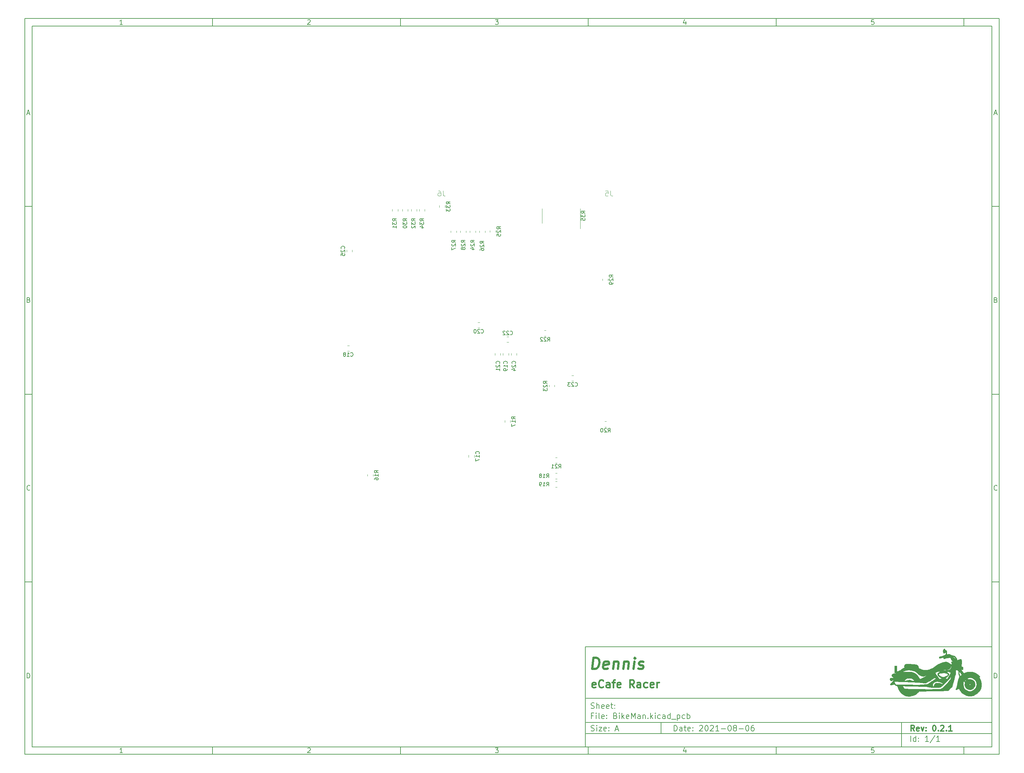
<source format=gbr>
%TF.GenerationSoftware,KiCad,Pcbnew,(5.99.0-11626-g43523df843)*%
%TF.CreationDate,2021-08-07T14:02:09-04:00*%
%TF.ProjectId,BikeMan,42696b65-4d61-46e2-9e6b-696361645f70,0.2.1*%
%TF.SameCoordinates,Original*%
%TF.FileFunction,Legend,Bot*%
%TF.FilePolarity,Positive*%
%FSLAX46Y46*%
G04 Gerber Fmt 4.6, Leading zero omitted, Abs format (unit mm)*
G04 Created by KiCad (PCBNEW (5.99.0-11626-g43523df843)) date 2021-08-07 14:02:09*
%MOMM*%
%LPD*%
G01*
G04 APERTURE LIST*
%ADD10C,0.100000*%
%ADD11C,0.150000*%
%ADD12C,0.300000*%
%ADD13C,0.600000*%
%ADD14C,0.400000*%
%ADD15C,0.120000*%
G04 APERTURE END LIST*
D10*
D11*
X159225488Y-177289968D02*
X159225488Y-203900024D01*
X267400024Y-203900024D01*
X267400024Y-177289968D01*
X159225488Y-177289968D01*
D10*
D11*
X10000000Y-10000000D02*
X10000000Y-205900000D01*
X269400000Y-205900000D01*
X269400000Y-10000000D01*
X10000000Y-10000000D01*
D10*
D11*
X12000000Y-12000000D02*
X12000000Y-203900000D01*
X267400000Y-203900000D01*
X267400000Y-12000000D01*
X12000000Y-12000000D01*
D10*
D11*
X60000000Y-12000000D02*
X60000000Y-10000000D01*
D10*
D11*
X110000000Y-12000000D02*
X110000000Y-10000000D01*
D10*
D11*
X160000000Y-12000000D02*
X160000000Y-10000000D01*
D10*
D11*
X210000000Y-12000000D02*
X210000000Y-10000000D01*
D10*
D11*
X260000000Y-12000000D02*
X260000000Y-10000000D01*
D10*
D11*
X36065476Y-11588095D02*
X35322619Y-11588095D01*
X35694047Y-11588095D02*
X35694047Y-10288095D01*
X35570238Y-10473809D01*
X35446428Y-10597619D01*
X35322619Y-10659523D01*
D10*
D11*
X85322619Y-10411904D02*
X85384523Y-10350000D01*
X85508333Y-10288095D01*
X85817857Y-10288095D01*
X85941666Y-10350000D01*
X86003571Y-10411904D01*
X86065476Y-10535714D01*
X86065476Y-10659523D01*
X86003571Y-10845238D01*
X85260714Y-11588095D01*
X86065476Y-11588095D01*
D10*
D11*
X135260714Y-10288095D02*
X136065476Y-10288095D01*
X135632142Y-10783333D01*
X135817857Y-10783333D01*
X135941666Y-10845238D01*
X136003571Y-10907142D01*
X136065476Y-11030952D01*
X136065476Y-11340476D01*
X136003571Y-11464285D01*
X135941666Y-11526190D01*
X135817857Y-11588095D01*
X135446428Y-11588095D01*
X135322619Y-11526190D01*
X135260714Y-11464285D01*
D10*
D11*
X185941666Y-10721428D02*
X185941666Y-11588095D01*
X185632142Y-10226190D02*
X185322619Y-11154761D01*
X186127380Y-11154761D01*
D10*
D11*
X236003571Y-10288095D02*
X235384523Y-10288095D01*
X235322619Y-10907142D01*
X235384523Y-10845238D01*
X235508333Y-10783333D01*
X235817857Y-10783333D01*
X235941666Y-10845238D01*
X236003571Y-10907142D01*
X236065476Y-11030952D01*
X236065476Y-11340476D01*
X236003571Y-11464285D01*
X235941666Y-11526190D01*
X235817857Y-11588095D01*
X235508333Y-11588095D01*
X235384523Y-11526190D01*
X235322619Y-11464285D01*
D10*
D11*
X60000000Y-203900000D02*
X60000000Y-205900000D01*
D10*
D11*
X110000000Y-203900000D02*
X110000000Y-205900000D01*
D10*
D11*
X160000000Y-203900000D02*
X160000000Y-205900000D01*
D10*
D11*
X210000000Y-203900000D02*
X210000000Y-205900000D01*
D10*
D11*
X260000000Y-203900000D02*
X260000000Y-205900000D01*
D10*
D11*
X36065476Y-205488095D02*
X35322619Y-205488095D01*
X35694047Y-205488095D02*
X35694047Y-204188095D01*
X35570238Y-204373809D01*
X35446428Y-204497619D01*
X35322619Y-204559523D01*
D10*
D11*
X85322619Y-204311904D02*
X85384523Y-204250000D01*
X85508333Y-204188095D01*
X85817857Y-204188095D01*
X85941666Y-204250000D01*
X86003571Y-204311904D01*
X86065476Y-204435714D01*
X86065476Y-204559523D01*
X86003571Y-204745238D01*
X85260714Y-205488095D01*
X86065476Y-205488095D01*
D10*
D11*
X135260714Y-204188095D02*
X136065476Y-204188095D01*
X135632142Y-204683333D01*
X135817857Y-204683333D01*
X135941666Y-204745238D01*
X136003571Y-204807142D01*
X136065476Y-204930952D01*
X136065476Y-205240476D01*
X136003571Y-205364285D01*
X135941666Y-205426190D01*
X135817857Y-205488095D01*
X135446428Y-205488095D01*
X135322619Y-205426190D01*
X135260714Y-205364285D01*
D10*
D11*
X185941666Y-204621428D02*
X185941666Y-205488095D01*
X185632142Y-204126190D02*
X185322619Y-205054761D01*
X186127380Y-205054761D01*
D10*
D11*
X236003571Y-204188095D02*
X235384523Y-204188095D01*
X235322619Y-204807142D01*
X235384523Y-204745238D01*
X235508333Y-204683333D01*
X235817857Y-204683333D01*
X235941666Y-204745238D01*
X236003571Y-204807142D01*
X236065476Y-204930952D01*
X236065476Y-205240476D01*
X236003571Y-205364285D01*
X235941666Y-205426190D01*
X235817857Y-205488095D01*
X235508333Y-205488095D01*
X235384523Y-205426190D01*
X235322619Y-205364285D01*
D10*
D11*
X10000000Y-60000000D02*
X12000000Y-60000000D01*
D10*
D11*
X10000000Y-110000000D02*
X12000000Y-110000000D01*
D10*
D11*
X10000000Y-160000000D02*
X12000000Y-160000000D01*
D10*
D11*
X10690476Y-35216666D02*
X11309523Y-35216666D01*
X10566666Y-35588095D02*
X11000000Y-34288095D01*
X11433333Y-35588095D01*
D10*
D11*
X11092857Y-84907142D02*
X11278571Y-84969047D01*
X11340476Y-85030952D01*
X11402380Y-85154761D01*
X11402380Y-85340476D01*
X11340476Y-85464285D01*
X11278571Y-85526190D01*
X11154761Y-85588095D01*
X10659523Y-85588095D01*
X10659523Y-84288095D01*
X11092857Y-84288095D01*
X11216666Y-84350000D01*
X11278571Y-84411904D01*
X11340476Y-84535714D01*
X11340476Y-84659523D01*
X11278571Y-84783333D01*
X11216666Y-84845238D01*
X11092857Y-84907142D01*
X10659523Y-84907142D01*
D10*
D11*
X11402380Y-135464285D02*
X11340476Y-135526190D01*
X11154761Y-135588095D01*
X11030952Y-135588095D01*
X10845238Y-135526190D01*
X10721428Y-135402380D01*
X10659523Y-135278571D01*
X10597619Y-135030952D01*
X10597619Y-134845238D01*
X10659523Y-134597619D01*
X10721428Y-134473809D01*
X10845238Y-134350000D01*
X11030952Y-134288095D01*
X11154761Y-134288095D01*
X11340476Y-134350000D01*
X11402380Y-134411904D01*
D10*
D11*
X10659523Y-185588095D02*
X10659523Y-184288095D01*
X10969047Y-184288095D01*
X11154761Y-184350000D01*
X11278571Y-184473809D01*
X11340476Y-184597619D01*
X11402380Y-184845238D01*
X11402380Y-185030952D01*
X11340476Y-185278571D01*
X11278571Y-185402380D01*
X11154761Y-185526190D01*
X10969047Y-185588095D01*
X10659523Y-185588095D01*
D10*
D11*
X269400000Y-60000000D02*
X267400000Y-60000000D01*
D10*
D11*
X269400000Y-110000000D02*
X267400000Y-110000000D01*
D10*
D11*
X269400000Y-160000000D02*
X267400000Y-160000000D01*
D10*
D11*
X268090476Y-35216666D02*
X268709523Y-35216666D01*
X267966666Y-35588095D02*
X268400000Y-34288095D01*
X268833333Y-35588095D01*
D10*
D11*
X268492857Y-84907142D02*
X268678571Y-84969047D01*
X268740476Y-85030952D01*
X268802380Y-85154761D01*
X268802380Y-85340476D01*
X268740476Y-85464285D01*
X268678571Y-85526190D01*
X268554761Y-85588095D01*
X268059523Y-85588095D01*
X268059523Y-84288095D01*
X268492857Y-84288095D01*
X268616666Y-84350000D01*
X268678571Y-84411904D01*
X268740476Y-84535714D01*
X268740476Y-84659523D01*
X268678571Y-84783333D01*
X268616666Y-84845238D01*
X268492857Y-84907142D01*
X268059523Y-84907142D01*
D10*
D11*
X268802380Y-135464285D02*
X268740476Y-135526190D01*
X268554761Y-135588095D01*
X268430952Y-135588095D01*
X268245238Y-135526190D01*
X268121428Y-135402380D01*
X268059523Y-135278571D01*
X267997619Y-135030952D01*
X267997619Y-134845238D01*
X268059523Y-134597619D01*
X268121428Y-134473809D01*
X268245238Y-134350000D01*
X268430952Y-134288095D01*
X268554761Y-134288095D01*
X268740476Y-134350000D01*
X268802380Y-134411904D01*
D10*
D11*
X268059523Y-185588095D02*
X268059523Y-184288095D01*
X268369047Y-184288095D01*
X268554761Y-184350000D01*
X268678571Y-184473809D01*
X268740476Y-184597619D01*
X268802380Y-184845238D01*
X268802380Y-185030952D01*
X268740476Y-185278571D01*
X268678571Y-185402380D01*
X268554761Y-185526190D01*
X268369047Y-185588095D01*
X268059523Y-185588095D01*
D10*
D11*
X182832142Y-199678571D02*
X182832142Y-198178571D01*
X183189285Y-198178571D01*
X183403571Y-198250000D01*
X183546428Y-198392857D01*
X183617857Y-198535714D01*
X183689285Y-198821428D01*
X183689285Y-199035714D01*
X183617857Y-199321428D01*
X183546428Y-199464285D01*
X183403571Y-199607142D01*
X183189285Y-199678571D01*
X182832142Y-199678571D01*
X184975000Y-199678571D02*
X184975000Y-198892857D01*
X184903571Y-198750000D01*
X184760714Y-198678571D01*
X184475000Y-198678571D01*
X184332142Y-198750000D01*
X184975000Y-199607142D02*
X184832142Y-199678571D01*
X184475000Y-199678571D01*
X184332142Y-199607142D01*
X184260714Y-199464285D01*
X184260714Y-199321428D01*
X184332142Y-199178571D01*
X184475000Y-199107142D01*
X184832142Y-199107142D01*
X184975000Y-199035714D01*
X185475000Y-198678571D02*
X186046428Y-198678571D01*
X185689285Y-198178571D02*
X185689285Y-199464285D01*
X185760714Y-199607142D01*
X185903571Y-199678571D01*
X186046428Y-199678571D01*
X187117857Y-199607142D02*
X186975000Y-199678571D01*
X186689285Y-199678571D01*
X186546428Y-199607142D01*
X186475000Y-199464285D01*
X186475000Y-198892857D01*
X186546428Y-198750000D01*
X186689285Y-198678571D01*
X186975000Y-198678571D01*
X187117857Y-198750000D01*
X187189285Y-198892857D01*
X187189285Y-199035714D01*
X186475000Y-199178571D01*
X187832142Y-199535714D02*
X187903571Y-199607142D01*
X187832142Y-199678571D01*
X187760714Y-199607142D01*
X187832142Y-199535714D01*
X187832142Y-199678571D01*
X187832142Y-198750000D02*
X187903571Y-198821428D01*
X187832142Y-198892857D01*
X187760714Y-198821428D01*
X187832142Y-198750000D01*
X187832142Y-198892857D01*
X189617857Y-198321428D02*
X189689285Y-198250000D01*
X189832142Y-198178571D01*
X190189285Y-198178571D01*
X190332142Y-198250000D01*
X190403571Y-198321428D01*
X190475000Y-198464285D01*
X190475000Y-198607142D01*
X190403571Y-198821428D01*
X189546428Y-199678571D01*
X190475000Y-199678571D01*
X191403571Y-198178571D02*
X191546428Y-198178571D01*
X191689285Y-198250000D01*
X191760714Y-198321428D01*
X191832142Y-198464285D01*
X191903571Y-198750000D01*
X191903571Y-199107142D01*
X191832142Y-199392857D01*
X191760714Y-199535714D01*
X191689285Y-199607142D01*
X191546428Y-199678571D01*
X191403571Y-199678571D01*
X191260714Y-199607142D01*
X191189285Y-199535714D01*
X191117857Y-199392857D01*
X191046428Y-199107142D01*
X191046428Y-198750000D01*
X191117857Y-198464285D01*
X191189285Y-198321428D01*
X191260714Y-198250000D01*
X191403571Y-198178571D01*
X192475000Y-198321428D02*
X192546428Y-198250000D01*
X192689285Y-198178571D01*
X193046428Y-198178571D01*
X193189285Y-198250000D01*
X193260714Y-198321428D01*
X193332142Y-198464285D01*
X193332142Y-198607142D01*
X193260714Y-198821428D01*
X192403571Y-199678571D01*
X193332142Y-199678571D01*
X194760714Y-199678571D02*
X193903571Y-199678571D01*
X194332142Y-199678571D02*
X194332142Y-198178571D01*
X194189285Y-198392857D01*
X194046428Y-198535714D01*
X193903571Y-198607142D01*
X195403571Y-199107142D02*
X196546428Y-199107142D01*
X197546428Y-198178571D02*
X197689285Y-198178571D01*
X197832142Y-198250000D01*
X197903571Y-198321428D01*
X197975000Y-198464285D01*
X198046428Y-198750000D01*
X198046428Y-199107142D01*
X197975000Y-199392857D01*
X197903571Y-199535714D01*
X197832142Y-199607142D01*
X197689285Y-199678571D01*
X197546428Y-199678571D01*
X197403571Y-199607142D01*
X197332142Y-199535714D01*
X197260714Y-199392857D01*
X197189285Y-199107142D01*
X197189285Y-198750000D01*
X197260714Y-198464285D01*
X197332142Y-198321428D01*
X197403571Y-198250000D01*
X197546428Y-198178571D01*
X198903571Y-198821428D02*
X198760714Y-198750000D01*
X198689285Y-198678571D01*
X198617857Y-198535714D01*
X198617857Y-198464285D01*
X198689285Y-198321428D01*
X198760714Y-198250000D01*
X198903571Y-198178571D01*
X199189285Y-198178571D01*
X199332142Y-198250000D01*
X199403571Y-198321428D01*
X199475000Y-198464285D01*
X199475000Y-198535714D01*
X199403571Y-198678571D01*
X199332142Y-198750000D01*
X199189285Y-198821428D01*
X198903571Y-198821428D01*
X198760714Y-198892857D01*
X198689285Y-198964285D01*
X198617857Y-199107142D01*
X198617857Y-199392857D01*
X198689285Y-199535714D01*
X198760714Y-199607142D01*
X198903571Y-199678571D01*
X199189285Y-199678571D01*
X199332142Y-199607142D01*
X199403571Y-199535714D01*
X199475000Y-199392857D01*
X199475000Y-199107142D01*
X199403571Y-198964285D01*
X199332142Y-198892857D01*
X199189285Y-198821428D01*
X200117857Y-199107142D02*
X201260714Y-199107142D01*
X202260714Y-198178571D02*
X202403571Y-198178571D01*
X202546428Y-198250000D01*
X202617857Y-198321428D01*
X202689285Y-198464285D01*
X202760714Y-198750000D01*
X202760714Y-199107142D01*
X202689285Y-199392857D01*
X202617857Y-199535714D01*
X202546428Y-199607142D01*
X202403571Y-199678571D01*
X202260714Y-199678571D01*
X202117857Y-199607142D01*
X202046428Y-199535714D01*
X201975000Y-199392857D01*
X201903571Y-199107142D01*
X201903571Y-198750000D01*
X201975000Y-198464285D01*
X202046428Y-198321428D01*
X202117857Y-198250000D01*
X202260714Y-198178571D01*
X204046428Y-198178571D02*
X203760714Y-198178571D01*
X203617857Y-198250000D01*
X203546428Y-198321428D01*
X203403571Y-198535714D01*
X203332142Y-198821428D01*
X203332142Y-199392857D01*
X203403571Y-199535714D01*
X203475000Y-199607142D01*
X203617857Y-199678571D01*
X203903571Y-199678571D01*
X204046428Y-199607142D01*
X204117857Y-199535714D01*
X204189285Y-199392857D01*
X204189285Y-199035714D01*
X204117857Y-198892857D01*
X204046428Y-198821428D01*
X203903571Y-198750000D01*
X203617857Y-198750000D01*
X203475000Y-198821428D01*
X203403571Y-198892857D01*
X203332142Y-199035714D01*
D10*
D11*
X159400000Y-200400000D02*
X267400000Y-200400000D01*
D10*
D11*
X159400000Y-197400000D02*
X267400000Y-197400000D01*
D10*
D12*
X246809285Y-199678571D02*
X246309285Y-198964285D01*
X245952142Y-199678571D02*
X245952142Y-198178571D01*
X246523571Y-198178571D01*
X246666428Y-198250000D01*
X246737857Y-198321428D01*
X246809285Y-198464285D01*
X246809285Y-198678571D01*
X246737857Y-198821428D01*
X246666428Y-198892857D01*
X246523571Y-198964285D01*
X245952142Y-198964285D01*
X248023571Y-199607142D02*
X247880714Y-199678571D01*
X247595000Y-199678571D01*
X247452142Y-199607142D01*
X247380714Y-199464285D01*
X247380714Y-198892857D01*
X247452142Y-198750000D01*
X247595000Y-198678571D01*
X247880714Y-198678571D01*
X248023571Y-198750000D01*
X248095000Y-198892857D01*
X248095000Y-199035714D01*
X247380714Y-199178571D01*
X248595000Y-198678571D02*
X248952142Y-199678571D01*
X249309285Y-198678571D01*
X249880714Y-199535714D02*
X249952142Y-199607142D01*
X249880714Y-199678571D01*
X249809285Y-199607142D01*
X249880714Y-199535714D01*
X249880714Y-199678571D01*
X249880714Y-198750000D02*
X249952142Y-198821428D01*
X249880714Y-198892857D01*
X249809285Y-198821428D01*
X249880714Y-198750000D01*
X249880714Y-198892857D01*
X252023571Y-198178571D02*
X252166428Y-198178571D01*
X252309285Y-198250000D01*
X252380714Y-198321428D01*
X252452142Y-198464285D01*
X252523571Y-198750000D01*
X252523571Y-199107142D01*
X252452142Y-199392857D01*
X252380714Y-199535714D01*
X252309285Y-199607142D01*
X252166428Y-199678571D01*
X252023571Y-199678571D01*
X251880714Y-199607142D01*
X251809285Y-199535714D01*
X251737857Y-199392857D01*
X251666428Y-199107142D01*
X251666428Y-198750000D01*
X251737857Y-198464285D01*
X251809285Y-198321428D01*
X251880714Y-198250000D01*
X252023571Y-198178571D01*
X253166428Y-199535714D02*
X253237857Y-199607142D01*
X253166428Y-199678571D01*
X253095000Y-199607142D01*
X253166428Y-199535714D01*
X253166428Y-199678571D01*
X253809285Y-198321428D02*
X253880714Y-198250000D01*
X254023571Y-198178571D01*
X254380714Y-198178571D01*
X254523571Y-198250000D01*
X254595000Y-198321428D01*
X254666428Y-198464285D01*
X254666428Y-198607142D01*
X254595000Y-198821428D01*
X253737857Y-199678571D01*
X254666428Y-199678571D01*
X255309285Y-199535714D02*
X255380714Y-199607142D01*
X255309285Y-199678571D01*
X255237857Y-199607142D01*
X255309285Y-199535714D01*
X255309285Y-199678571D01*
X256809285Y-199678571D02*
X255952142Y-199678571D01*
X256380714Y-199678571D02*
X256380714Y-198178571D01*
X256237857Y-198392857D01*
X256095000Y-198535714D01*
X255952142Y-198607142D01*
D10*
D11*
X160760714Y-199607142D02*
X160975000Y-199678571D01*
X161332142Y-199678571D01*
X161475000Y-199607142D01*
X161546428Y-199535714D01*
X161617857Y-199392857D01*
X161617857Y-199250000D01*
X161546428Y-199107142D01*
X161475000Y-199035714D01*
X161332142Y-198964285D01*
X161046428Y-198892857D01*
X160903571Y-198821428D01*
X160832142Y-198750000D01*
X160760714Y-198607142D01*
X160760714Y-198464285D01*
X160832142Y-198321428D01*
X160903571Y-198250000D01*
X161046428Y-198178571D01*
X161403571Y-198178571D01*
X161617857Y-198250000D01*
X162260714Y-199678571D02*
X162260714Y-198678571D01*
X162260714Y-198178571D02*
X162189285Y-198250000D01*
X162260714Y-198321428D01*
X162332142Y-198250000D01*
X162260714Y-198178571D01*
X162260714Y-198321428D01*
X162832142Y-198678571D02*
X163617857Y-198678571D01*
X162832142Y-199678571D01*
X163617857Y-199678571D01*
X164760714Y-199607142D02*
X164617857Y-199678571D01*
X164332142Y-199678571D01*
X164189285Y-199607142D01*
X164117857Y-199464285D01*
X164117857Y-198892857D01*
X164189285Y-198750000D01*
X164332142Y-198678571D01*
X164617857Y-198678571D01*
X164760714Y-198750000D01*
X164832142Y-198892857D01*
X164832142Y-199035714D01*
X164117857Y-199178571D01*
X165475000Y-199535714D02*
X165546428Y-199607142D01*
X165475000Y-199678571D01*
X165403571Y-199607142D01*
X165475000Y-199535714D01*
X165475000Y-199678571D01*
X165475000Y-198750000D02*
X165546428Y-198821428D01*
X165475000Y-198892857D01*
X165403571Y-198821428D01*
X165475000Y-198750000D01*
X165475000Y-198892857D01*
X167260714Y-199250000D02*
X167975000Y-199250000D01*
X167117857Y-199678571D02*
X167617857Y-198178571D01*
X168117857Y-199678571D01*
D10*
D11*
X245832142Y-202478571D02*
X245832142Y-200978571D01*
X247189285Y-202478571D02*
X247189285Y-200978571D01*
X247189285Y-202407142D02*
X247046428Y-202478571D01*
X246760714Y-202478571D01*
X246617857Y-202407142D01*
X246546428Y-202335714D01*
X246475000Y-202192857D01*
X246475000Y-201764285D01*
X246546428Y-201621428D01*
X246617857Y-201550000D01*
X246760714Y-201478571D01*
X247046428Y-201478571D01*
X247189285Y-201550000D01*
X247903571Y-202335714D02*
X247975000Y-202407142D01*
X247903571Y-202478571D01*
X247832142Y-202407142D01*
X247903571Y-202335714D01*
X247903571Y-202478571D01*
X247903571Y-201550000D02*
X247975000Y-201621428D01*
X247903571Y-201692857D01*
X247832142Y-201621428D01*
X247903571Y-201550000D01*
X247903571Y-201692857D01*
X250546428Y-202478571D02*
X249689285Y-202478571D01*
X250117857Y-202478571D02*
X250117857Y-200978571D01*
X249975000Y-201192857D01*
X249832142Y-201335714D01*
X249689285Y-201407142D01*
X252260714Y-200907142D02*
X250975000Y-202835714D01*
X253546428Y-202478571D02*
X252689285Y-202478571D01*
X253117857Y-202478571D02*
X253117857Y-200978571D01*
X252975000Y-201192857D01*
X252832142Y-201335714D01*
X252689285Y-201407142D01*
D10*
D13*
X161005998Y-183137830D02*
X161380998Y-180137830D01*
X162095284Y-180137830D01*
X162505998Y-180280688D01*
X162755998Y-180566402D01*
X162863141Y-180852116D01*
X162934570Y-181423545D01*
X162880998Y-181852116D01*
X162666713Y-182423545D01*
X162488141Y-182709259D01*
X162166713Y-182994973D01*
X161720284Y-183137830D01*
X161005998Y-183137830D01*
X165166713Y-182994973D02*
X164863141Y-183137830D01*
X164291713Y-183137830D01*
X164023856Y-182994973D01*
X163916713Y-182709259D01*
X164059570Y-181566402D01*
X164238141Y-181280688D01*
X164541713Y-181137830D01*
X165113141Y-181137830D01*
X165380998Y-181280688D01*
X165488141Y-181566402D01*
X165452427Y-181852116D01*
X163988141Y-182137830D01*
X166827427Y-181137830D02*
X166577427Y-183137830D01*
X166791713Y-181423545D02*
X166952427Y-181280688D01*
X167255998Y-181137830D01*
X167684570Y-181137830D01*
X167952427Y-181280688D01*
X168059570Y-181566402D01*
X167863141Y-183137830D01*
X169541713Y-181137830D02*
X169291713Y-183137830D01*
X169505998Y-181423545D02*
X169666713Y-181280688D01*
X169970284Y-181137830D01*
X170398856Y-181137830D01*
X170666713Y-181280688D01*
X170773856Y-181566402D01*
X170577427Y-183137830D01*
X172005998Y-183137830D02*
X172255998Y-181137830D01*
X172380998Y-180137830D02*
X172220284Y-180280688D01*
X172345284Y-180423545D01*
X172505998Y-180280688D01*
X172380998Y-180137830D01*
X172345284Y-180423545D01*
X173309570Y-182994973D02*
X173577427Y-183137830D01*
X174148856Y-183137830D01*
X174452427Y-182994973D01*
X174630998Y-182709259D01*
X174648856Y-182566402D01*
X174541713Y-182280688D01*
X174273856Y-182137830D01*
X173845284Y-182137830D01*
X173577427Y-181994973D01*
X173470284Y-181709259D01*
X173488141Y-181566402D01*
X173666713Y-181280688D01*
X173970284Y-181137830D01*
X174398856Y-181137830D01*
X174666713Y-181280688D01*
D10*
D11*
X161332126Y-195622209D02*
X160832126Y-195622209D01*
X160832126Y-196407923D02*
X160832126Y-194907923D01*
X161546412Y-194907923D01*
X162117841Y-196407923D02*
X162117841Y-195407923D01*
X162117841Y-194907923D02*
X162046412Y-194979352D01*
X162117841Y-195050780D01*
X162189269Y-194979352D01*
X162117841Y-194907923D01*
X162117841Y-195050780D01*
X163046412Y-196407923D02*
X162903555Y-196336494D01*
X162832126Y-196193637D01*
X162832126Y-194907923D01*
X164189269Y-196336494D02*
X164046412Y-196407923D01*
X163760698Y-196407923D01*
X163617841Y-196336494D01*
X163546412Y-196193637D01*
X163546412Y-195622209D01*
X163617841Y-195479352D01*
X163760698Y-195407923D01*
X164046412Y-195407923D01*
X164189269Y-195479352D01*
X164260698Y-195622209D01*
X164260698Y-195765066D01*
X163546412Y-195907923D01*
X164903555Y-196265066D02*
X164974984Y-196336494D01*
X164903555Y-196407923D01*
X164832126Y-196336494D01*
X164903555Y-196265066D01*
X164903555Y-196407923D01*
X164903555Y-195479352D02*
X164974984Y-195550780D01*
X164903555Y-195622209D01*
X164832126Y-195550780D01*
X164903555Y-195479352D01*
X164903555Y-195622209D01*
X167260698Y-195622209D02*
X167474984Y-195693637D01*
X167546412Y-195765066D01*
X167617841Y-195907923D01*
X167617841Y-196122209D01*
X167546412Y-196265066D01*
X167474984Y-196336494D01*
X167332126Y-196407923D01*
X166760698Y-196407923D01*
X166760698Y-194907923D01*
X167260698Y-194907923D01*
X167403555Y-194979352D01*
X167474984Y-195050780D01*
X167546412Y-195193637D01*
X167546412Y-195336494D01*
X167474984Y-195479352D01*
X167403555Y-195550780D01*
X167260698Y-195622209D01*
X166760698Y-195622209D01*
X168260698Y-196407923D02*
X168260698Y-195407923D01*
X168260698Y-194907923D02*
X168189269Y-194979352D01*
X168260698Y-195050780D01*
X168332126Y-194979352D01*
X168260698Y-194907923D01*
X168260698Y-195050780D01*
X168974984Y-196407923D02*
X168974984Y-194907923D01*
X169117841Y-195836494D02*
X169546412Y-196407923D01*
X169546412Y-195407923D02*
X168974984Y-195979352D01*
X170760698Y-196336494D02*
X170617841Y-196407923D01*
X170332126Y-196407923D01*
X170189269Y-196336494D01*
X170117841Y-196193637D01*
X170117841Y-195622209D01*
X170189269Y-195479352D01*
X170332126Y-195407923D01*
X170617841Y-195407923D01*
X170760698Y-195479352D01*
X170832126Y-195622209D01*
X170832126Y-195765066D01*
X170117841Y-195907923D01*
X171474984Y-196407923D02*
X171474984Y-194907923D01*
X171974984Y-195979352D01*
X172474984Y-194907923D01*
X172474984Y-196407923D01*
X173832126Y-196407923D02*
X173832126Y-195622209D01*
X173760698Y-195479352D01*
X173617841Y-195407923D01*
X173332126Y-195407923D01*
X173189269Y-195479352D01*
X173832126Y-196336494D02*
X173689269Y-196407923D01*
X173332126Y-196407923D01*
X173189269Y-196336494D01*
X173117841Y-196193637D01*
X173117841Y-196050780D01*
X173189269Y-195907923D01*
X173332126Y-195836494D01*
X173689269Y-195836494D01*
X173832126Y-195765066D01*
X174546412Y-195407923D02*
X174546412Y-196407923D01*
X174546412Y-195550780D02*
X174617841Y-195479352D01*
X174760698Y-195407923D01*
X174974984Y-195407923D01*
X175117841Y-195479352D01*
X175189269Y-195622209D01*
X175189269Y-196407923D01*
X175903555Y-196265066D02*
X175974984Y-196336494D01*
X175903555Y-196407923D01*
X175832126Y-196336494D01*
X175903555Y-196265066D01*
X175903555Y-196407923D01*
X176617841Y-196407923D02*
X176617841Y-194907923D01*
X176760698Y-195836494D02*
X177189269Y-196407923D01*
X177189269Y-195407923D02*
X176617841Y-195979352D01*
X177832126Y-196407923D02*
X177832126Y-195407923D01*
X177832126Y-194907923D02*
X177760698Y-194979352D01*
X177832126Y-195050780D01*
X177903555Y-194979352D01*
X177832126Y-194907923D01*
X177832126Y-195050780D01*
X179189269Y-196336494D02*
X179046412Y-196407923D01*
X178760698Y-196407923D01*
X178617841Y-196336494D01*
X178546412Y-196265066D01*
X178474984Y-196122209D01*
X178474984Y-195693637D01*
X178546412Y-195550780D01*
X178617841Y-195479352D01*
X178760698Y-195407923D01*
X179046412Y-195407923D01*
X179189269Y-195479352D01*
X180474984Y-196407923D02*
X180474984Y-195622209D01*
X180403555Y-195479352D01*
X180260698Y-195407923D01*
X179974984Y-195407923D01*
X179832126Y-195479352D01*
X180474984Y-196336494D02*
X180332126Y-196407923D01*
X179974984Y-196407923D01*
X179832126Y-196336494D01*
X179760698Y-196193637D01*
X179760698Y-196050780D01*
X179832126Y-195907923D01*
X179974984Y-195836494D01*
X180332126Y-195836494D01*
X180474984Y-195765066D01*
X181832126Y-196407923D02*
X181832126Y-194907923D01*
X181832126Y-196336494D02*
X181689269Y-196407923D01*
X181403555Y-196407923D01*
X181260698Y-196336494D01*
X181189269Y-196265066D01*
X181117841Y-196122209D01*
X181117841Y-195693637D01*
X181189269Y-195550780D01*
X181260698Y-195479352D01*
X181403555Y-195407923D01*
X181689269Y-195407923D01*
X181832126Y-195479352D01*
X182189269Y-196550780D02*
X183332126Y-196550780D01*
X183689269Y-195407923D02*
X183689269Y-196907923D01*
X183689269Y-195479352D02*
X183832126Y-195407923D01*
X184117841Y-195407923D01*
X184260698Y-195479352D01*
X184332126Y-195550780D01*
X184403555Y-195693637D01*
X184403555Y-196122209D01*
X184332126Y-196265066D01*
X184260698Y-196336494D01*
X184117841Y-196407923D01*
X183832126Y-196407923D01*
X183689269Y-196336494D01*
X185689269Y-196336494D02*
X185546412Y-196407923D01*
X185260698Y-196407923D01*
X185117841Y-196336494D01*
X185046412Y-196265066D01*
X184974984Y-196122209D01*
X184974984Y-195693637D01*
X185046412Y-195550780D01*
X185117841Y-195479352D01*
X185260698Y-195407923D01*
X185546412Y-195407923D01*
X185689269Y-195479352D01*
X186332126Y-196407923D02*
X186332126Y-194907923D01*
X186332126Y-195479352D02*
X186474984Y-195407923D01*
X186760698Y-195407923D01*
X186903555Y-195479352D01*
X186974984Y-195550780D01*
X187046412Y-195693637D01*
X187046412Y-196122209D01*
X186974984Y-196265066D01*
X186903555Y-196336494D01*
X186760698Y-196407923D01*
X186474984Y-196407923D01*
X186332126Y-196336494D01*
D10*
D11*
X159400240Y-191013080D02*
X267400240Y-191013080D01*
D10*
D11*
X160760698Y-193635966D02*
X160974984Y-193707395D01*
X161332126Y-193707395D01*
X161474984Y-193635966D01*
X161546412Y-193564538D01*
X161617841Y-193421681D01*
X161617841Y-193278824D01*
X161546412Y-193135966D01*
X161474984Y-193064538D01*
X161332126Y-192993109D01*
X161046412Y-192921681D01*
X160903555Y-192850252D01*
X160832126Y-192778824D01*
X160760698Y-192635966D01*
X160760698Y-192493109D01*
X160832126Y-192350252D01*
X160903555Y-192278824D01*
X161046412Y-192207395D01*
X161403555Y-192207395D01*
X161617841Y-192278824D01*
X162260698Y-193707395D02*
X162260698Y-192207395D01*
X162903555Y-193707395D02*
X162903555Y-192921681D01*
X162832126Y-192778824D01*
X162689269Y-192707395D01*
X162474984Y-192707395D01*
X162332126Y-192778824D01*
X162260698Y-192850252D01*
X164189269Y-193635966D02*
X164046412Y-193707395D01*
X163760698Y-193707395D01*
X163617841Y-193635966D01*
X163546412Y-193493109D01*
X163546412Y-192921681D01*
X163617841Y-192778824D01*
X163760698Y-192707395D01*
X164046412Y-192707395D01*
X164189269Y-192778824D01*
X164260698Y-192921681D01*
X164260698Y-193064538D01*
X163546412Y-193207395D01*
X165474984Y-193635966D02*
X165332126Y-193707395D01*
X165046412Y-193707395D01*
X164903555Y-193635966D01*
X164832126Y-193493109D01*
X164832126Y-192921681D01*
X164903555Y-192778824D01*
X165046412Y-192707395D01*
X165332126Y-192707395D01*
X165474984Y-192778824D01*
X165546412Y-192921681D01*
X165546412Y-193064538D01*
X164832126Y-193207395D01*
X165974984Y-192707395D02*
X166546412Y-192707395D01*
X166189269Y-192207395D02*
X166189269Y-193493109D01*
X166260698Y-193635966D01*
X166403555Y-193707395D01*
X166546412Y-193707395D01*
X167046412Y-193564538D02*
X167117841Y-193635966D01*
X167046412Y-193707395D01*
X166974984Y-193635966D01*
X167046412Y-193564538D01*
X167046412Y-193707395D01*
X167046412Y-192778824D02*
X167117841Y-192850252D01*
X167046412Y-192921681D01*
X166974984Y-192850252D01*
X167046412Y-192778824D01*
X167046412Y-192921681D01*
D10*
D14*
X161898079Y-187999395D02*
X161707603Y-188094633D01*
X161326650Y-188094633D01*
X161136174Y-187999395D01*
X161040936Y-187808919D01*
X161040936Y-187047014D01*
X161136174Y-186856538D01*
X161326650Y-186761300D01*
X161707603Y-186761300D01*
X161898079Y-186856538D01*
X161993317Y-187047014D01*
X161993317Y-187237491D01*
X161040936Y-187427967D01*
X163993317Y-187904157D02*
X163898079Y-187999395D01*
X163612364Y-188094633D01*
X163421888Y-188094633D01*
X163136174Y-187999395D01*
X162945698Y-187808919D01*
X162850460Y-187618443D01*
X162755222Y-187237491D01*
X162755222Y-186951776D01*
X162850460Y-186570824D01*
X162945698Y-186380348D01*
X163136174Y-186189872D01*
X163421888Y-186094633D01*
X163612364Y-186094633D01*
X163898079Y-186189872D01*
X163993317Y-186285110D01*
X165707603Y-188094633D02*
X165707603Y-187047014D01*
X165612364Y-186856538D01*
X165421888Y-186761300D01*
X165040936Y-186761300D01*
X164850460Y-186856538D01*
X165707603Y-187999395D02*
X165517126Y-188094633D01*
X165040936Y-188094633D01*
X164850460Y-187999395D01*
X164755222Y-187808919D01*
X164755222Y-187618443D01*
X164850460Y-187427967D01*
X165040936Y-187332729D01*
X165517126Y-187332729D01*
X165707603Y-187237491D01*
X166374269Y-186761300D02*
X167136174Y-186761300D01*
X166659984Y-188094633D02*
X166659984Y-186380348D01*
X166755222Y-186189872D01*
X166945698Y-186094633D01*
X167136174Y-186094633D01*
X168564745Y-187999395D02*
X168374269Y-188094633D01*
X167993317Y-188094633D01*
X167802841Y-187999395D01*
X167707603Y-187808919D01*
X167707603Y-187047014D01*
X167802841Y-186856538D01*
X167993317Y-186761300D01*
X168374269Y-186761300D01*
X168564745Y-186856538D01*
X168659984Y-187047014D01*
X168659984Y-187237491D01*
X167707603Y-187427967D01*
X172183793Y-188094633D02*
X171517126Y-187142252D01*
X171040936Y-188094633D02*
X171040936Y-186094633D01*
X171802841Y-186094633D01*
X171993317Y-186189872D01*
X172088555Y-186285110D01*
X172183793Y-186475586D01*
X172183793Y-186761300D01*
X172088555Y-186951776D01*
X171993317Y-187047014D01*
X171802841Y-187142252D01*
X171040936Y-187142252D01*
X173898079Y-188094633D02*
X173898079Y-187047014D01*
X173802841Y-186856538D01*
X173612364Y-186761300D01*
X173231412Y-186761300D01*
X173040936Y-186856538D01*
X173898079Y-187999395D02*
X173707603Y-188094633D01*
X173231412Y-188094633D01*
X173040936Y-187999395D01*
X172945698Y-187808919D01*
X172945698Y-187618443D01*
X173040936Y-187427967D01*
X173231412Y-187332729D01*
X173707603Y-187332729D01*
X173898079Y-187237491D01*
X175707603Y-187999395D02*
X175517126Y-188094633D01*
X175136174Y-188094633D01*
X174945698Y-187999395D01*
X174850460Y-187904157D01*
X174755222Y-187713681D01*
X174755222Y-187142252D01*
X174850460Y-186951776D01*
X174945698Y-186856538D01*
X175136174Y-186761300D01*
X175517126Y-186761300D01*
X175707603Y-186856538D01*
X177326650Y-187999395D02*
X177136174Y-188094633D01*
X176755222Y-188094633D01*
X176564745Y-187999395D01*
X176469507Y-187808919D01*
X176469507Y-187047014D01*
X176564745Y-186856538D01*
X176755222Y-186761300D01*
X177136174Y-186761300D01*
X177326650Y-186856538D01*
X177421888Y-187047014D01*
X177421888Y-187237491D01*
X176469507Y-187427967D01*
X178279031Y-188094633D02*
X178279031Y-186761300D01*
X178279031Y-187142252D02*
X178374269Y-186951776D01*
X178469507Y-186856538D01*
X178659984Y-186761300D01*
X178850460Y-186761300D01*
D10*
D11*
D10*
D11*
X179400000Y-197400000D02*
X179400000Y-200400000D01*
D10*
D11*
X243400000Y-197400000D02*
X243400000Y-203900000D01*
D10*
G36*
X254871287Y-177823007D02*
G01*
X254915287Y-177937007D01*
X255031287Y-178139007D01*
X255160287Y-178202007D01*
X255293287Y-178245007D01*
X255373287Y-178389007D01*
X255409287Y-178661007D01*
X255415287Y-178886007D01*
X255421287Y-179147007D01*
X255466287Y-179268007D01*
X255589287Y-179282007D01*
X255830287Y-179219007D01*
X255838287Y-179217007D01*
X256053287Y-179172007D01*
X256184287Y-179209007D01*
X256267287Y-179291007D01*
X256430287Y-179405007D01*
X256681288Y-179495007D01*
X256775288Y-179515007D01*
X257319287Y-179663007D01*
X257722288Y-179905007D01*
X257984288Y-180240007D01*
X258093287Y-180586007D01*
X258143287Y-180895007D01*
X258411287Y-180737007D01*
X258682287Y-180619007D01*
X258963287Y-180555007D01*
X258967288Y-180555007D01*
X259172287Y-180558007D01*
X259275288Y-180636007D01*
X259316288Y-180742007D01*
X259365287Y-181033007D01*
X259383288Y-181411007D01*
X259371288Y-181796007D01*
X259329287Y-182109007D01*
X259318288Y-182152007D01*
X259293287Y-182412007D01*
X259397287Y-182564007D01*
X259580288Y-182605007D01*
X259677287Y-182636007D01*
X259722288Y-182758007D01*
X259733287Y-182986007D01*
X259720287Y-183227007D01*
X259671287Y-183340007D01*
X259580288Y-183367007D01*
X259392287Y-183313007D01*
X259326287Y-183265007D01*
X259235287Y-183193007D01*
X259235287Y-183246007D01*
X259320287Y-183410007D01*
X259484288Y-183671007D01*
X259566288Y-183795007D01*
X259737287Y-184041007D01*
X259868287Y-184220007D01*
X259934287Y-184297007D01*
X259937287Y-184298007D01*
X260023287Y-184266007D01*
X260214287Y-184184007D01*
X260378288Y-184110007D01*
X260636287Y-184011007D01*
X260908287Y-183953007D01*
X261251288Y-183928007D01*
X261553287Y-183925007D01*
X262220287Y-183971007D01*
X262782288Y-184113007D01*
X263283287Y-184366007D01*
X263754287Y-184736007D01*
X264030287Y-185000007D01*
X264178287Y-185175007D01*
X264205288Y-185275007D01*
X264121288Y-185313007D01*
X264087288Y-185314007D01*
X264012287Y-185335007D01*
X264044288Y-185422007D01*
X264126288Y-185533007D01*
X264374287Y-185962007D01*
X264548287Y-186495007D01*
X264639287Y-187080007D01*
X264640288Y-187664007D01*
X264545287Y-188196007D01*
X264518287Y-188278007D01*
X264209287Y-188911007D01*
X263766287Y-189464007D01*
X263215288Y-189913007D01*
X262582287Y-190231007D01*
X262459287Y-190273007D01*
X261830288Y-190390007D01*
X261179288Y-190360007D01*
X260539288Y-190197007D01*
X259941288Y-189914007D01*
X259418287Y-189523007D01*
X259002287Y-189038007D01*
X258877287Y-188828007D01*
X258751288Y-188611007D01*
X258652288Y-188473007D01*
X258618287Y-188447007D01*
X258513288Y-188478007D01*
X258309287Y-188556007D01*
X258173287Y-188613007D01*
X257944287Y-188700007D01*
X257819287Y-188706007D01*
X257792287Y-188614007D01*
X257858287Y-188407007D01*
X257996288Y-188095007D01*
X258139287Y-187699007D01*
X258206287Y-187319007D01*
X258206287Y-187310007D01*
X259778287Y-187310007D01*
X259849288Y-187855007D01*
X260068288Y-188318007D01*
X260432287Y-188695007D01*
X260738287Y-188888007D01*
X261211287Y-189076007D01*
X261654287Y-189115007D01*
X262111287Y-189004007D01*
X262363287Y-188891007D01*
X262806288Y-188582007D01*
X263126288Y-188186007D01*
X263318288Y-187732007D01*
X263378288Y-187248007D01*
X263301288Y-186764007D01*
X263084287Y-186308007D01*
X262787288Y-185965007D01*
X262339287Y-185656007D01*
X261850287Y-185509007D01*
X261414288Y-185504007D01*
X261110287Y-185546007D01*
X260953288Y-185606007D01*
X260923287Y-185701007D01*
X260969287Y-185800007D01*
X261071287Y-185885007D01*
X261262287Y-185920007D01*
X261517287Y-185918007D01*
X261979288Y-185967007D01*
X262361287Y-186144007D01*
X262656287Y-186419007D01*
X262855287Y-186767007D01*
X262948288Y-187159007D01*
X262927287Y-187569007D01*
X262784287Y-187969007D01*
X262509287Y-188331007D01*
X262340288Y-188474007D01*
X262069287Y-188601007D01*
X261704287Y-188673007D01*
X261662288Y-188676007D01*
X261181288Y-188636007D01*
X260774287Y-188456007D01*
X260459287Y-188156007D01*
X260256287Y-187755007D01*
X260181288Y-187274007D01*
X260182287Y-187252007D01*
X261430287Y-187252007D01*
X261450288Y-187378007D01*
X261539288Y-187431007D01*
X261682287Y-187394007D01*
X261707287Y-187375007D01*
X261713287Y-187277007D01*
X261632287Y-187172007D01*
X261525288Y-187132007D01*
X261501288Y-187140007D01*
X261430287Y-187252007D01*
X260182287Y-187252007D01*
X260190287Y-187080007D01*
X260205288Y-186765007D01*
X260172287Y-186578007D01*
X260117287Y-186503007D01*
X259994287Y-186476007D01*
X259891287Y-186597007D01*
X259817287Y-186845007D01*
X259780287Y-187201007D01*
X259778287Y-187310007D01*
X258206287Y-187310007D01*
X258208287Y-187258007D01*
X258244287Y-186845007D01*
X258340288Y-186384007D01*
X258428287Y-186099007D01*
X260180287Y-186099007D01*
X260203288Y-186234007D01*
X260244287Y-186292007D01*
X260394287Y-186407007D01*
X260515288Y-186363007D01*
X260530287Y-186341007D01*
X260509287Y-186237007D01*
X260416287Y-186124007D01*
X260266287Y-186048007D01*
X260180287Y-186099007D01*
X258428287Y-186099007D01*
X258476287Y-185948007D01*
X258634287Y-185607007D01*
X258639287Y-185598007D01*
X258745287Y-185404007D01*
X258760287Y-185262007D01*
X258688288Y-185088007D01*
X258678287Y-185069007D01*
X258596287Y-184806007D01*
X258552287Y-184439007D01*
X258547287Y-184260007D01*
X258539288Y-184036007D01*
X258717288Y-184036007D01*
X258735287Y-184273007D01*
X258782288Y-184545007D01*
X258844287Y-184802007D01*
X258911287Y-184990007D01*
X258966287Y-185060007D01*
X259060287Y-185004007D01*
X259202287Y-184870007D01*
X259379287Y-184679007D01*
X259048287Y-184222007D01*
X258717288Y-183764007D01*
X258717288Y-184036007D01*
X258539288Y-184036007D01*
X258536287Y-183979007D01*
X258507287Y-183779007D01*
X258468287Y-183706007D01*
X258380287Y-183636007D01*
X258342288Y-183557007D01*
X258237287Y-183445007D01*
X258003288Y-183409007D01*
X257998288Y-183409007D01*
X257787288Y-183417007D01*
X257708287Y-183469007D01*
X257734288Y-183610007D01*
X257784287Y-183745007D01*
X257810287Y-183845007D01*
X257816288Y-183978007D01*
X257797287Y-184166007D01*
X257752287Y-184429007D01*
X257674288Y-184789007D01*
X257562287Y-185268007D01*
X257411287Y-185886007D01*
X257388288Y-185978007D01*
X257204287Y-186703007D01*
X257051288Y-187265007D01*
X256928287Y-187667007D01*
X256834287Y-187914007D01*
X256769287Y-188008007D01*
X256610287Y-188115007D01*
X256543287Y-188187007D01*
X256435287Y-188268007D01*
X256380287Y-188255007D01*
X256308287Y-188277007D01*
X256219287Y-188419007D01*
X256210288Y-188439007D01*
X256061288Y-188668007D01*
X255870287Y-188843007D01*
X255803287Y-188880007D01*
X255714287Y-188911007D01*
X255589287Y-188937007D01*
X255412287Y-188958007D01*
X255167287Y-188975007D01*
X254838287Y-188990007D01*
X254411287Y-189002007D01*
X253870287Y-189013007D01*
X253198287Y-189023007D01*
X252382287Y-189034007D01*
X251862287Y-189040007D01*
X248091287Y-189082007D01*
X247720287Y-189484007D01*
X247187287Y-189942007D01*
X246568287Y-190256007D01*
X245873287Y-190421007D01*
X245623287Y-190442007D01*
X245170287Y-190443007D01*
X244769287Y-190405007D01*
X244577287Y-190363007D01*
X243906287Y-190083007D01*
X243324287Y-189666007D01*
X242847287Y-189134007D01*
X242496287Y-188504007D01*
X242338287Y-188033007D01*
X242264287Y-187792007D01*
X242218287Y-187727007D01*
X243660287Y-187727007D01*
X243688287Y-187806007D01*
X243797287Y-187973007D01*
X243897287Y-188104007D01*
X244084288Y-188315007D01*
X244251288Y-188420007D01*
X244465288Y-188456007D01*
X244521287Y-188458007D01*
X245774287Y-188496007D01*
X246984287Y-188527007D01*
X248138287Y-188549007D01*
X249225287Y-188564007D01*
X250232287Y-188570007D01*
X251145287Y-188570007D01*
X251953288Y-188561007D01*
X252644287Y-188544007D01*
X253205287Y-188520007D01*
X253622287Y-188489007D01*
X253885287Y-188449007D01*
X253907287Y-188444007D01*
X254058287Y-188379007D01*
X254243287Y-188251007D01*
X254480287Y-188046007D01*
X254788287Y-187745007D01*
X255185288Y-187335007D01*
X255262287Y-187254007D01*
X255703288Y-186779007D01*
X256033287Y-186401007D01*
X256264287Y-186102007D01*
X256409287Y-185863007D01*
X256479288Y-185666007D01*
X256487287Y-185492007D01*
X256471287Y-185406007D01*
X256433287Y-185280007D01*
X256392287Y-185268007D01*
X256321287Y-185385007D01*
X256252287Y-185526007D01*
X256126288Y-185717007D01*
X255904287Y-185991007D01*
X255611287Y-186321007D01*
X255273287Y-186680007D01*
X254917287Y-187042007D01*
X254569287Y-187381007D01*
X254253287Y-187669007D01*
X253997287Y-187882007D01*
X253830287Y-187990007D01*
X253610287Y-188044007D01*
X253261287Y-188083007D01*
X252823287Y-188106007D01*
X252337287Y-188114007D01*
X251841287Y-188106007D01*
X251377287Y-188084007D01*
X250984287Y-188046007D01*
X250701287Y-187994007D01*
X250667287Y-187984007D01*
X250519287Y-187948007D01*
X250292287Y-187917007D01*
X249972287Y-187888007D01*
X249545287Y-187862007D01*
X248997287Y-187837007D01*
X248315287Y-187813007D01*
X247484287Y-187788007D01*
X246994287Y-187775007D01*
X246264287Y-187758007D01*
X245588287Y-187743007D01*
X244985287Y-187732007D01*
X244473287Y-187724007D01*
X244070287Y-187720007D01*
X243796287Y-187720007D01*
X243667287Y-187725007D01*
X243660287Y-187727007D01*
X242218287Y-187727007D01*
X242177287Y-187671007D01*
X242036287Y-187623007D01*
X241981287Y-187617007D01*
X241725287Y-187522007D01*
X241617287Y-187394007D01*
X241550287Y-187285007D01*
X241468287Y-187240007D01*
X241323287Y-187251007D01*
X241067287Y-187314007D01*
X241045287Y-187319007D01*
X240677287Y-187392007D01*
X240441288Y-187386007D01*
X240346287Y-187302007D01*
X240344287Y-187283007D01*
X240398287Y-187192007D01*
X240542287Y-187017007D01*
X240745287Y-186793007D01*
X240767287Y-186770007D01*
X240965288Y-186542007D01*
X241374287Y-186542007D01*
X241401287Y-186622007D01*
X241506287Y-186795007D01*
X241618287Y-186959007D01*
X241895287Y-187344007D01*
X244781287Y-187367007D01*
X245466287Y-187373007D01*
X246097287Y-187380007D01*
X246655287Y-187387007D01*
X247120287Y-187394007D01*
X247471288Y-187401007D01*
X247689287Y-187407007D01*
X247752287Y-187410007D01*
X247863287Y-187412007D01*
X248110287Y-187401007D01*
X248460287Y-187380007D01*
X248777287Y-187358007D01*
X251656287Y-187358007D01*
X251656287Y-187648007D01*
X251748287Y-187822007D01*
X251867287Y-187852007D01*
X251965288Y-187747007D01*
X251995287Y-187593007D01*
X252079287Y-187308007D01*
X252230287Y-187106007D01*
X252373287Y-186982007D01*
X252528287Y-186914007D01*
X252751287Y-186886007D01*
X253025287Y-186881007D01*
X253403287Y-186898007D01*
X253685288Y-186961007D01*
X253922287Y-187074007D01*
X254164287Y-187195007D01*
X254297287Y-187210007D01*
X254310288Y-187121007D01*
X254261287Y-187028007D01*
X254036287Y-186809007D01*
X253695287Y-186642007D01*
X253289287Y-186537007D01*
X252867287Y-186506007D01*
X252478287Y-186562007D01*
X252393287Y-186590007D01*
X252048288Y-186784007D01*
X251793287Y-187052007D01*
X251656287Y-187358007D01*
X248777287Y-187358007D01*
X248878287Y-187351007D01*
X249014287Y-187341007D01*
X249622287Y-187285007D01*
X250069287Y-187221007D01*
X250366287Y-187148007D01*
X250458287Y-187109007D01*
X250716287Y-186957007D01*
X251031287Y-186755007D01*
X251371287Y-186524007D01*
X251709288Y-186284007D01*
X252015287Y-186057007D01*
X252260287Y-185865007D01*
X252413287Y-185727007D01*
X252451287Y-185672007D01*
X252421287Y-185567007D01*
X252320287Y-185539007D01*
X252134287Y-185592007D01*
X251851287Y-185732007D01*
X251456287Y-185964007D01*
X251085287Y-186198007D01*
X250561287Y-186524007D01*
X250161287Y-186750007D01*
X249875287Y-186881007D01*
X249700287Y-186922007D01*
X249519287Y-186912007D01*
X249212287Y-186885007D01*
X248822288Y-186845007D01*
X248391287Y-186797007D01*
X248379287Y-186796007D01*
X248110287Y-186771007D01*
X247719287Y-186744007D01*
X247228287Y-186715007D01*
X246658287Y-186686007D01*
X246031287Y-186657007D01*
X245369287Y-186629007D01*
X244694287Y-186603007D01*
X244026287Y-186580007D01*
X243388288Y-186559007D01*
X242801287Y-186543007D01*
X242287287Y-186532007D01*
X241867287Y-186526007D01*
X241563287Y-186527007D01*
X241398287Y-186536007D01*
X241374287Y-186542007D01*
X240965288Y-186542007D01*
X241020287Y-186480007D01*
X241104287Y-186348007D01*
X244027287Y-186348007D01*
X244408287Y-186305007D01*
X244746287Y-186250007D01*
X245091287Y-186169007D01*
X245146287Y-186153007D01*
X245380287Y-186094007D01*
X245568287Y-186097007D01*
X245791287Y-186170007D01*
X245908287Y-186220007D01*
X246276287Y-186344007D01*
X246612287Y-186361007D01*
X246772287Y-186337007D01*
X246761287Y-186282007D01*
X246654287Y-186161007D01*
X246489288Y-186010007D01*
X246306287Y-185863007D01*
X246144287Y-185758007D01*
X245907287Y-185680007D01*
X245592287Y-185633007D01*
X245424287Y-185625007D01*
X244928287Y-185684007D01*
X244522287Y-185871007D01*
X244239288Y-186120007D01*
X244027287Y-186348007D01*
X241104287Y-186348007D01*
X241162287Y-186258007D01*
X241188287Y-186119007D01*
X241106287Y-186076007D01*
X240989288Y-186131007D01*
X240850287Y-186247007D01*
X240691288Y-186362007D01*
X240541287Y-186344007D01*
X240517287Y-186332007D01*
X240339287Y-186150007D01*
X240277287Y-185891007D01*
X240302287Y-185738007D01*
X240367287Y-185632007D01*
X240507287Y-185581007D01*
X240764287Y-185568007D01*
X241054288Y-185546007D01*
X241201287Y-185475007D01*
X241221287Y-185441007D01*
X241207287Y-185335007D01*
X241120287Y-185314007D01*
X240907287Y-185242007D01*
X240786287Y-185042007D01*
X240767287Y-184887007D01*
X240838287Y-184624007D01*
X241048288Y-184455007D01*
X241399287Y-184381007D01*
X241494287Y-184377007D01*
X241768287Y-184361007D01*
X241982287Y-184329007D01*
X242110287Y-184290007D01*
X242131287Y-184252007D01*
X242020287Y-184226007D01*
X241889287Y-184219007D01*
X241529287Y-184214007D01*
X241529287Y-184016007D01*
X243571287Y-184016007D01*
X243686287Y-184012007D01*
X243752287Y-183993007D01*
X243908287Y-183969007D01*
X244193287Y-183949007D01*
X244567287Y-183935007D01*
X244990287Y-183929007D01*
X245001288Y-183929007D01*
X245459288Y-183932007D01*
X245790287Y-183945007D01*
X246038287Y-183974007D01*
X246243287Y-184026007D01*
X246448287Y-184107007D01*
X246528287Y-184143007D01*
X246996287Y-184400007D01*
X247403287Y-184727007D01*
X247793287Y-185163007D01*
X247955287Y-185377007D01*
X248317287Y-185874007D01*
X249114288Y-185463007D01*
X249441288Y-185287007D01*
X249703288Y-185132007D01*
X249869287Y-185019007D01*
X249911287Y-184971007D01*
X249852288Y-184897007D01*
X249673288Y-184934007D01*
X249473287Y-185025007D01*
X249120287Y-185124007D01*
X248730287Y-185072007D01*
X248297287Y-184866007D01*
X247815287Y-184504007D01*
X247578288Y-184287007D01*
X247446287Y-184172007D01*
X252298288Y-184172007D01*
X252334288Y-184246007D01*
X252451287Y-184429007D01*
X252630287Y-184697007D01*
X252854287Y-185020007D01*
X252869287Y-185041007D01*
X253465288Y-185887007D01*
X253840288Y-185752007D01*
X254214287Y-185617007D01*
X254141287Y-185592007D01*
X254864288Y-185592007D01*
X255542287Y-185880007D01*
X255673288Y-185661007D01*
X255774287Y-185485007D01*
X255927287Y-185211007D01*
X256105287Y-184889007D01*
X256161287Y-184787007D01*
X256518287Y-184132007D01*
X256210288Y-184004007D01*
X255891287Y-183902007D01*
X255631287Y-183881007D01*
X255471288Y-183941007D01*
X255456287Y-183960007D01*
X255478287Y-184053007D01*
X255557287Y-184100007D01*
X255843287Y-184263007D01*
X255983288Y-184479007D01*
X255984287Y-184728007D01*
X255851287Y-184987007D01*
X255590288Y-185234007D01*
X255207287Y-185447007D01*
X255203288Y-185448007D01*
X254864288Y-185592007D01*
X254141287Y-185592007D01*
X253936287Y-185522007D01*
X253577287Y-185366007D01*
X253273287Y-185176007D01*
X253063287Y-184979007D01*
X252994287Y-184850007D01*
X252967287Y-184536007D01*
X253257287Y-184536007D01*
X253275287Y-184703007D01*
X253424287Y-184883007D01*
X253669287Y-185055007D01*
X253975287Y-185197007D01*
X254307287Y-185288007D01*
X254530287Y-185310007D01*
X254751287Y-185275007D01*
X255040287Y-185179007D01*
X255229287Y-185095007D01*
X255491287Y-184949007D01*
X255626287Y-184823007D01*
X255668287Y-184687007D01*
X255669287Y-184669007D01*
X255615287Y-184503007D01*
X255444287Y-184379007D01*
X255136287Y-184291007D01*
X254759287Y-184237007D01*
X254424287Y-184227007D01*
X254064287Y-184258007D01*
X253725287Y-184319007D01*
X253449287Y-184402007D01*
X253282287Y-184499007D01*
X253257287Y-184536007D01*
X252967287Y-184536007D01*
X252965288Y-184515007D01*
X253073287Y-184272007D01*
X253275287Y-184129007D01*
X253471288Y-184005007D01*
X253506287Y-183899007D01*
X253380287Y-183825007D01*
X253277287Y-183806007D01*
X253097287Y-183829007D01*
X252837287Y-183908007D01*
X252565287Y-184018007D01*
X252349287Y-184134007D01*
X252298288Y-184172007D01*
X247446287Y-184172007D01*
X247245287Y-183999007D01*
X246922287Y-183775007D01*
X246698287Y-183664007D01*
X246044287Y-183512007D01*
X245324287Y-183477007D01*
X244592287Y-183560007D01*
X243901287Y-183758007D01*
X243879287Y-183767007D01*
X243683287Y-183866007D01*
X243575287Y-183958007D01*
X243571287Y-184016007D01*
X241529287Y-184016007D01*
X241529287Y-182351007D01*
X242122287Y-182351007D01*
X242122287Y-183790007D01*
X242375287Y-183790007D01*
X242636287Y-183724007D01*
X242956287Y-183538007D01*
X243024287Y-183488007D01*
X243337287Y-183270007D01*
X243684287Y-183058007D01*
X243839287Y-182974007D01*
X244082287Y-182836007D01*
X244182287Y-182736007D01*
X244164287Y-182666007D01*
X244075287Y-182469007D01*
X244142287Y-182220007D01*
X244245287Y-182066007D01*
X244338287Y-181960007D01*
X244442287Y-181895007D01*
X244596288Y-181860007D01*
X244842287Y-181846007D01*
X245197288Y-181843007D01*
X245673288Y-181855007D01*
X246206287Y-181886007D01*
X246689287Y-181929007D01*
X246736287Y-181935007D01*
X247191288Y-182004007D01*
X247503287Y-182096007D01*
X247697288Y-182227007D01*
X247800287Y-182411007D01*
X247835287Y-182611007D01*
X247872287Y-182792007D01*
X247977288Y-182933007D01*
X248189287Y-183080007D01*
X248261287Y-183121007D01*
X248826287Y-183356007D01*
X249458287Y-183467007D01*
X249752287Y-183462007D01*
X251779287Y-183462007D01*
X251782287Y-183464007D01*
X251904287Y-183489007D01*
X252176287Y-183506007D01*
X252579287Y-183517007D01*
X253096288Y-183521007D01*
X253707287Y-183517007D01*
X253891287Y-183514007D01*
X254546287Y-183502007D01*
X255055287Y-183488007D01*
X255439287Y-183470007D01*
X255721288Y-183447007D01*
X255923288Y-183416007D01*
X256067287Y-183377007D01*
X256154287Y-183339007D01*
X256426288Y-183119007D01*
X256614288Y-182819007D01*
X256679288Y-182503007D01*
X256661287Y-182416007D01*
X256611287Y-182465007D01*
X256515288Y-182662007D01*
X256515288Y-182663007D01*
X256330288Y-182957007D01*
X256102288Y-183150007D01*
X255834288Y-183241007D01*
X255426287Y-183319007D01*
X254910287Y-183379007D01*
X254315287Y-183420007D01*
X253671287Y-183438007D01*
X253008287Y-183432007D01*
X252883287Y-183428007D01*
X252376287Y-183415007D01*
X252019287Y-183416007D01*
X251818287Y-183431007D01*
X251779287Y-183462007D01*
X249752287Y-183462007D01*
X250106287Y-183456007D01*
X250721288Y-183319007D01*
X251025287Y-183191007D01*
X251241287Y-183097007D01*
X251396287Y-183060007D01*
X251427287Y-183065007D01*
X251521287Y-183036007D01*
X251708287Y-182921007D01*
X251953288Y-182742007D01*
X252018287Y-182691007D01*
X252567287Y-182290007D01*
X253146287Y-181938007D01*
X253726287Y-181648007D01*
X254277287Y-181432007D01*
X254768287Y-181304007D01*
X255170287Y-181276007D01*
X255222287Y-181282007D01*
X255778287Y-181437007D01*
X256261287Y-181732007D01*
X256347288Y-181807007D01*
X256552287Y-181944007D01*
X256692287Y-181941007D01*
X256742287Y-181811007D01*
X256690287Y-181602007D01*
X256628288Y-181359007D01*
X256677287Y-181220007D01*
X256830288Y-181201007D01*
X256861287Y-181210007D01*
X256996288Y-181222007D01*
X257010287Y-181153007D01*
X256909287Y-181034007D01*
X256812287Y-180962007D01*
X256654287Y-180798007D01*
X256597288Y-180634007D01*
X256542287Y-180431007D01*
X256505287Y-180370007D01*
X257167287Y-180370007D01*
X257216287Y-180465007D01*
X257277288Y-180552007D01*
X257429288Y-180747007D01*
X257506287Y-180821007D01*
X257502287Y-180777007D01*
X257792287Y-180777007D01*
X257807287Y-180887007D01*
X257836287Y-180889007D01*
X257857287Y-180775007D01*
X257843287Y-180726007D01*
X257805287Y-180694007D01*
X257792287Y-180777007D01*
X257502287Y-180777007D01*
X257501288Y-180767007D01*
X257454287Y-180672007D01*
X257317287Y-180487007D01*
X257223287Y-180397007D01*
X257167287Y-180370007D01*
X256505287Y-180370007D01*
X256433287Y-180252007D01*
X256310287Y-180128007D01*
X256190287Y-180106007D01*
X255997287Y-180172007D01*
X255991287Y-180175007D01*
X255708287Y-180245007D01*
X255406287Y-180255007D01*
X255393287Y-180253007D01*
X255035287Y-180277007D01*
X254861287Y-180355007D01*
X254663287Y-180445007D01*
X254544287Y-180421007D01*
X254533287Y-180293007D01*
X254543287Y-180260007D01*
X254554288Y-180173007D01*
X254467287Y-180155007D01*
X254307287Y-180181007D01*
X253908287Y-180257007D01*
X253644287Y-180296007D01*
X253484287Y-180297007D01*
X253396287Y-180262007D01*
X253351287Y-180190007D01*
X253344287Y-180009007D01*
X253486287Y-179877007D01*
X253579287Y-179849007D01*
X257009287Y-179849007D01*
X257115287Y-179953007D01*
X257213287Y-180024007D01*
X257429288Y-180194007D01*
X257587288Y-180361007D01*
X257617287Y-180405007D01*
X257717288Y-180551007D01*
X257775288Y-180548007D01*
X257785287Y-180477007D01*
X257722288Y-180351007D01*
X257567287Y-180178007D01*
X257368287Y-180000007D01*
X257174288Y-179863007D01*
X257040287Y-179811007D01*
X257009287Y-179849007D01*
X253579287Y-179849007D01*
X253785287Y-179787007D01*
X253897287Y-179769007D01*
X256769287Y-179769007D01*
X256812287Y-179811007D01*
X256854288Y-179769007D01*
X256812287Y-179726007D01*
X256769287Y-179769007D01*
X253897287Y-179769007D01*
X253916287Y-179766007D01*
X254273287Y-179691007D01*
X254643287Y-179573007D01*
X254757287Y-179526007D01*
X254996287Y-179406007D01*
X255115287Y-179297007D01*
X255156287Y-179154007D01*
X255159287Y-179075007D01*
X255130287Y-178842007D01*
X255049287Y-178751007D01*
X254928287Y-178813007D01*
X254906287Y-178838007D01*
X254741287Y-178946007D01*
X254646287Y-178964007D01*
X254510287Y-178893007D01*
X254437287Y-178711007D01*
X254423288Y-178461007D01*
X254468287Y-178189007D01*
X254568287Y-177939007D01*
X254705287Y-177771007D01*
X254797287Y-177733007D01*
X254871287Y-177823007D01*
G37*
X254871287Y-177823007D02*
X254915287Y-177937007D01*
X255031287Y-178139007D01*
X255160287Y-178202007D01*
X255293287Y-178245007D01*
X255373287Y-178389007D01*
X255409287Y-178661007D01*
X255415287Y-178886007D01*
X255421287Y-179147007D01*
X255466287Y-179268007D01*
X255589287Y-179282007D01*
X255830287Y-179219007D01*
X255838287Y-179217007D01*
X256053287Y-179172007D01*
X256184287Y-179209007D01*
X256267287Y-179291007D01*
X256430287Y-179405007D01*
X256681288Y-179495007D01*
X256775288Y-179515007D01*
X257319287Y-179663007D01*
X257722288Y-179905007D01*
X257984288Y-180240007D01*
X258093287Y-180586007D01*
X258143287Y-180895007D01*
X258411287Y-180737007D01*
X258682287Y-180619007D01*
X258963287Y-180555007D01*
X258967288Y-180555007D01*
X259172287Y-180558007D01*
X259275288Y-180636007D01*
X259316288Y-180742007D01*
X259365287Y-181033007D01*
X259383288Y-181411007D01*
X259371288Y-181796007D01*
X259329287Y-182109007D01*
X259318288Y-182152007D01*
X259293287Y-182412007D01*
X259397287Y-182564007D01*
X259580288Y-182605007D01*
X259677287Y-182636007D01*
X259722288Y-182758007D01*
X259733287Y-182986007D01*
X259720287Y-183227007D01*
X259671287Y-183340007D01*
X259580288Y-183367007D01*
X259392287Y-183313007D01*
X259326287Y-183265007D01*
X259235287Y-183193007D01*
X259235287Y-183246007D01*
X259320287Y-183410007D01*
X259484288Y-183671007D01*
X259566288Y-183795007D01*
X259737287Y-184041007D01*
X259868287Y-184220007D01*
X259934287Y-184297007D01*
X259937287Y-184298007D01*
X260023287Y-184266007D01*
X260214287Y-184184007D01*
X260378288Y-184110007D01*
X260636287Y-184011007D01*
X260908287Y-183953007D01*
X261251288Y-183928007D01*
X261553287Y-183925007D01*
X262220287Y-183971007D01*
X262782288Y-184113007D01*
X263283287Y-184366007D01*
X263754287Y-184736007D01*
X264030287Y-185000007D01*
X264178287Y-185175007D01*
X264205288Y-185275007D01*
X264121288Y-185313007D01*
X264087288Y-185314007D01*
X264012287Y-185335007D01*
X264044288Y-185422007D01*
X264126288Y-185533007D01*
X264374287Y-185962007D01*
X264548287Y-186495007D01*
X264639287Y-187080007D01*
X264640288Y-187664007D01*
X264545287Y-188196007D01*
X264518287Y-188278007D01*
X264209287Y-188911007D01*
X263766287Y-189464007D01*
X263215288Y-189913007D01*
X262582287Y-190231007D01*
X262459287Y-190273007D01*
X261830288Y-190390007D01*
X261179288Y-190360007D01*
X260539288Y-190197007D01*
X259941288Y-189914007D01*
X259418287Y-189523007D01*
X259002287Y-189038007D01*
X258877287Y-188828007D01*
X258751288Y-188611007D01*
X258652288Y-188473007D01*
X258618287Y-188447007D01*
X258513288Y-188478007D01*
X258309287Y-188556007D01*
X258173287Y-188613007D01*
X257944287Y-188700007D01*
X257819287Y-188706007D01*
X257792287Y-188614007D01*
X257858287Y-188407007D01*
X257996288Y-188095007D01*
X258139287Y-187699007D01*
X258206287Y-187319007D01*
X258206287Y-187310007D01*
X259778287Y-187310007D01*
X259849288Y-187855007D01*
X260068288Y-188318007D01*
X260432287Y-188695007D01*
X260738287Y-188888007D01*
X261211287Y-189076007D01*
X261654287Y-189115007D01*
X262111287Y-189004007D01*
X262363287Y-188891007D01*
X262806288Y-188582007D01*
X263126288Y-188186007D01*
X263318288Y-187732007D01*
X263378288Y-187248007D01*
X263301288Y-186764007D01*
X263084287Y-186308007D01*
X262787288Y-185965007D01*
X262339287Y-185656007D01*
X261850287Y-185509007D01*
X261414288Y-185504007D01*
X261110287Y-185546007D01*
X260953288Y-185606007D01*
X260923287Y-185701007D01*
X260969287Y-185800007D01*
X261071287Y-185885007D01*
X261262287Y-185920007D01*
X261517287Y-185918007D01*
X261979288Y-185967007D01*
X262361287Y-186144007D01*
X262656287Y-186419007D01*
X262855287Y-186767007D01*
X262948288Y-187159007D01*
X262927287Y-187569007D01*
X262784287Y-187969007D01*
X262509287Y-188331007D01*
X262340288Y-188474007D01*
X262069287Y-188601007D01*
X261704287Y-188673007D01*
X261662288Y-188676007D01*
X261181288Y-188636007D01*
X260774287Y-188456007D01*
X260459287Y-188156007D01*
X260256287Y-187755007D01*
X260181288Y-187274007D01*
X260182287Y-187252007D01*
X261430287Y-187252007D01*
X261450288Y-187378007D01*
X261539288Y-187431007D01*
X261682287Y-187394007D01*
X261707287Y-187375007D01*
X261713287Y-187277007D01*
X261632287Y-187172007D01*
X261525288Y-187132007D01*
X261501288Y-187140007D01*
X261430287Y-187252007D01*
X260182287Y-187252007D01*
X260190287Y-187080007D01*
X260205288Y-186765007D01*
X260172287Y-186578007D01*
X260117287Y-186503007D01*
X259994287Y-186476007D01*
X259891287Y-186597007D01*
X259817287Y-186845007D01*
X259780287Y-187201007D01*
X259778287Y-187310007D01*
X258206287Y-187310007D01*
X258208287Y-187258007D01*
X258244287Y-186845007D01*
X258340288Y-186384007D01*
X258428287Y-186099007D01*
X260180287Y-186099007D01*
X260203288Y-186234007D01*
X260244287Y-186292007D01*
X260394287Y-186407007D01*
X260515288Y-186363007D01*
X260530287Y-186341007D01*
X260509287Y-186237007D01*
X260416287Y-186124007D01*
X260266287Y-186048007D01*
X260180287Y-186099007D01*
X258428287Y-186099007D01*
X258476287Y-185948007D01*
X258634287Y-185607007D01*
X258639287Y-185598007D01*
X258745287Y-185404007D01*
X258760287Y-185262007D01*
X258688288Y-185088007D01*
X258678287Y-185069007D01*
X258596287Y-184806007D01*
X258552287Y-184439007D01*
X258547287Y-184260007D01*
X258539288Y-184036007D01*
X258717288Y-184036007D01*
X258735287Y-184273007D01*
X258782288Y-184545007D01*
X258844287Y-184802007D01*
X258911287Y-184990007D01*
X258966287Y-185060007D01*
X259060287Y-185004007D01*
X259202287Y-184870007D01*
X259379287Y-184679007D01*
X259048287Y-184222007D01*
X258717288Y-183764007D01*
X258717288Y-184036007D01*
X258539288Y-184036007D01*
X258536287Y-183979007D01*
X258507287Y-183779007D01*
X258468287Y-183706007D01*
X258380287Y-183636007D01*
X258342288Y-183557007D01*
X258237287Y-183445007D01*
X258003288Y-183409007D01*
X257998288Y-183409007D01*
X257787288Y-183417007D01*
X257708287Y-183469007D01*
X257734288Y-183610007D01*
X257784287Y-183745007D01*
X257810287Y-183845007D01*
X257816288Y-183978007D01*
X257797287Y-184166007D01*
X257752287Y-184429007D01*
X257674288Y-184789007D01*
X257562287Y-185268007D01*
X257411287Y-185886007D01*
X257388288Y-185978007D01*
X257204287Y-186703007D01*
X257051288Y-187265007D01*
X256928287Y-187667007D01*
X256834287Y-187914007D01*
X256769287Y-188008007D01*
X256610287Y-188115007D01*
X256543287Y-188187007D01*
X256435287Y-188268007D01*
X256380287Y-188255007D01*
X256308287Y-188277007D01*
X256219287Y-188419007D01*
X256210288Y-188439007D01*
X256061288Y-188668007D01*
X255870287Y-188843007D01*
X255803287Y-188880007D01*
X255714287Y-188911007D01*
X255589287Y-188937007D01*
X255412287Y-188958007D01*
X255167287Y-188975007D01*
X254838287Y-188990007D01*
X254411287Y-189002007D01*
X253870287Y-189013007D01*
X253198287Y-189023007D01*
X252382287Y-189034007D01*
X251862287Y-189040007D01*
X248091287Y-189082007D01*
X247720287Y-189484007D01*
X247187287Y-189942007D01*
X246568287Y-190256007D01*
X245873287Y-190421007D01*
X245623287Y-190442007D01*
X245170287Y-190443007D01*
X244769287Y-190405007D01*
X244577287Y-190363007D01*
X243906287Y-190083007D01*
X243324287Y-189666007D01*
X242847287Y-189134007D01*
X242496287Y-188504007D01*
X242338287Y-188033007D01*
X242264287Y-187792007D01*
X242218287Y-187727007D01*
X243660287Y-187727007D01*
X243688287Y-187806007D01*
X243797287Y-187973007D01*
X243897287Y-188104007D01*
X244084288Y-188315007D01*
X244251288Y-188420007D01*
X244465288Y-188456007D01*
X244521287Y-188458007D01*
X245774287Y-188496007D01*
X246984287Y-188527007D01*
X248138287Y-188549007D01*
X249225287Y-188564007D01*
X250232287Y-188570007D01*
X251145287Y-188570007D01*
X251953288Y-188561007D01*
X252644287Y-188544007D01*
X253205287Y-188520007D01*
X253622287Y-188489007D01*
X253885287Y-188449007D01*
X253907287Y-188444007D01*
X254058287Y-188379007D01*
X254243287Y-188251007D01*
X254480287Y-188046007D01*
X254788287Y-187745007D01*
X255185288Y-187335007D01*
X255262287Y-187254007D01*
X255703288Y-186779007D01*
X256033287Y-186401007D01*
X256264287Y-186102007D01*
X256409287Y-185863007D01*
X256479288Y-185666007D01*
X256487287Y-185492007D01*
X256471287Y-185406007D01*
X256433287Y-185280007D01*
X256392287Y-185268007D01*
X256321287Y-185385007D01*
X256252287Y-185526007D01*
X256126288Y-185717007D01*
X255904287Y-185991007D01*
X255611287Y-186321007D01*
X255273287Y-186680007D01*
X254917287Y-187042007D01*
X254569287Y-187381007D01*
X254253287Y-187669007D01*
X253997287Y-187882007D01*
X253830287Y-187990007D01*
X253610287Y-188044007D01*
X253261287Y-188083007D01*
X252823287Y-188106007D01*
X252337287Y-188114007D01*
X251841287Y-188106007D01*
X251377287Y-188084007D01*
X250984287Y-188046007D01*
X250701287Y-187994007D01*
X250667287Y-187984007D01*
X250519287Y-187948007D01*
X250292287Y-187917007D01*
X249972287Y-187888007D01*
X249545287Y-187862007D01*
X248997287Y-187837007D01*
X248315287Y-187813007D01*
X247484287Y-187788007D01*
X246994287Y-187775007D01*
X246264287Y-187758007D01*
X245588287Y-187743007D01*
X244985287Y-187732007D01*
X244473287Y-187724007D01*
X244070287Y-187720007D01*
X243796287Y-187720007D01*
X243667287Y-187725007D01*
X243660287Y-187727007D01*
X242218287Y-187727007D01*
X242177287Y-187671007D01*
X242036287Y-187623007D01*
X241981287Y-187617007D01*
X241725287Y-187522007D01*
X241617287Y-187394007D01*
X241550287Y-187285007D01*
X241468287Y-187240007D01*
X241323287Y-187251007D01*
X241067287Y-187314007D01*
X241045287Y-187319007D01*
X240677287Y-187392007D01*
X240441288Y-187386007D01*
X240346287Y-187302007D01*
X240344287Y-187283007D01*
X240398287Y-187192007D01*
X240542287Y-187017007D01*
X240745287Y-186793007D01*
X240767287Y-186770007D01*
X240965288Y-186542007D01*
X241374287Y-186542007D01*
X241401287Y-186622007D01*
X241506287Y-186795007D01*
X241618287Y-186959007D01*
X241895287Y-187344007D01*
X244781287Y-187367007D01*
X245466287Y-187373007D01*
X246097287Y-187380007D01*
X246655287Y-187387007D01*
X247120287Y-187394007D01*
X247471288Y-187401007D01*
X247689287Y-187407007D01*
X247752287Y-187410007D01*
X247863287Y-187412007D01*
X248110287Y-187401007D01*
X248460287Y-187380007D01*
X248777287Y-187358007D01*
X251656287Y-187358007D01*
X251656287Y-187648007D01*
X251748287Y-187822007D01*
X251867287Y-187852007D01*
X251965288Y-187747007D01*
X251995287Y-187593007D01*
X252079287Y-187308007D01*
X252230287Y-187106007D01*
X252373287Y-186982007D01*
X252528287Y-186914007D01*
X252751287Y-186886007D01*
X253025287Y-186881007D01*
X253403287Y-186898007D01*
X253685288Y-186961007D01*
X253922287Y-187074007D01*
X254164287Y-187195007D01*
X254297287Y-187210007D01*
X254310288Y-187121007D01*
X254261287Y-187028007D01*
X254036287Y-186809007D01*
X253695287Y-186642007D01*
X253289287Y-186537007D01*
X252867287Y-186506007D01*
X252478287Y-186562007D01*
X252393287Y-186590007D01*
X252048288Y-186784007D01*
X251793287Y-187052007D01*
X251656287Y-187358007D01*
X248777287Y-187358007D01*
X248878287Y-187351007D01*
X249014287Y-187341007D01*
X249622287Y-187285007D01*
X250069287Y-187221007D01*
X250366287Y-187148007D01*
X250458287Y-187109007D01*
X250716287Y-186957007D01*
X251031287Y-186755007D01*
X251371287Y-186524007D01*
X251709288Y-186284007D01*
X252015287Y-186057007D01*
X252260287Y-185865007D01*
X252413287Y-185727007D01*
X252451287Y-185672007D01*
X252421287Y-185567007D01*
X252320287Y-185539007D01*
X252134287Y-185592007D01*
X251851287Y-185732007D01*
X251456287Y-185964007D01*
X251085287Y-186198007D01*
X250561287Y-186524007D01*
X250161287Y-186750007D01*
X249875287Y-186881007D01*
X249700287Y-186922007D01*
X249519287Y-186912007D01*
X249212287Y-186885007D01*
X248822288Y-186845007D01*
X248391287Y-186797007D01*
X248379287Y-186796007D01*
X248110287Y-186771007D01*
X247719287Y-186744007D01*
X247228287Y-186715007D01*
X246658287Y-186686007D01*
X246031287Y-186657007D01*
X245369287Y-186629007D01*
X244694287Y-186603007D01*
X244026287Y-186580007D01*
X243388288Y-186559007D01*
X242801287Y-186543007D01*
X242287287Y-186532007D01*
X241867287Y-186526007D01*
X241563287Y-186527007D01*
X241398287Y-186536007D01*
X241374287Y-186542007D01*
X240965288Y-186542007D01*
X241020287Y-186480007D01*
X241104287Y-186348007D01*
X244027287Y-186348007D01*
X244408287Y-186305007D01*
X244746287Y-186250007D01*
X245091287Y-186169007D01*
X245146287Y-186153007D01*
X245380287Y-186094007D01*
X245568287Y-186097007D01*
X245791287Y-186170007D01*
X245908287Y-186220007D01*
X246276287Y-186344007D01*
X246612287Y-186361007D01*
X246772287Y-186337007D01*
X246761287Y-186282007D01*
X246654287Y-186161007D01*
X246489288Y-186010007D01*
X246306287Y-185863007D01*
X246144287Y-185758007D01*
X245907287Y-185680007D01*
X245592287Y-185633007D01*
X245424287Y-185625007D01*
X244928287Y-185684007D01*
X244522287Y-185871007D01*
X244239288Y-186120007D01*
X244027287Y-186348007D01*
X241104287Y-186348007D01*
X241162287Y-186258007D01*
X241188287Y-186119007D01*
X241106287Y-186076007D01*
X240989288Y-186131007D01*
X240850287Y-186247007D01*
X240691288Y-186362007D01*
X240541287Y-186344007D01*
X240517287Y-186332007D01*
X240339287Y-186150007D01*
X240277287Y-185891007D01*
X240302287Y-185738007D01*
X240367287Y-185632007D01*
X240507287Y-185581007D01*
X240764287Y-185568007D01*
X241054288Y-185546007D01*
X241201287Y-185475007D01*
X241221287Y-185441007D01*
X241207287Y-185335007D01*
X241120287Y-185314007D01*
X240907287Y-185242007D01*
X240786287Y-185042007D01*
X240767287Y-184887007D01*
X240838287Y-184624007D01*
X241048288Y-184455007D01*
X241399287Y-184381007D01*
X241494287Y-184377007D01*
X241768287Y-184361007D01*
X241982287Y-184329007D01*
X242110287Y-184290007D01*
X242131287Y-184252007D01*
X242020287Y-184226007D01*
X241889287Y-184219007D01*
X241529287Y-184214007D01*
X241529287Y-184016007D01*
X243571287Y-184016007D01*
X243686287Y-184012007D01*
X243752287Y-183993007D01*
X243908287Y-183969007D01*
X244193287Y-183949007D01*
X244567287Y-183935007D01*
X244990287Y-183929007D01*
X245001288Y-183929007D01*
X245459288Y-183932007D01*
X245790287Y-183945007D01*
X246038287Y-183974007D01*
X246243287Y-184026007D01*
X246448287Y-184107007D01*
X246528287Y-184143007D01*
X246996287Y-184400007D01*
X247403287Y-184727007D01*
X247793287Y-185163007D01*
X247955287Y-185377007D01*
X248317287Y-185874007D01*
X249114288Y-185463007D01*
X249441288Y-185287007D01*
X249703288Y-185132007D01*
X249869287Y-185019007D01*
X249911287Y-184971007D01*
X249852288Y-184897007D01*
X249673288Y-184934007D01*
X249473287Y-185025007D01*
X249120287Y-185124007D01*
X248730287Y-185072007D01*
X248297287Y-184866007D01*
X247815287Y-184504007D01*
X247578288Y-184287007D01*
X247446287Y-184172007D01*
X252298288Y-184172007D01*
X252334288Y-184246007D01*
X252451287Y-184429007D01*
X252630287Y-184697007D01*
X252854287Y-185020007D01*
X252869287Y-185041007D01*
X253465288Y-185887007D01*
X253840288Y-185752007D01*
X254214287Y-185617007D01*
X254141287Y-185592007D01*
X254864288Y-185592007D01*
X255542287Y-185880007D01*
X255673288Y-185661007D01*
X255774287Y-185485007D01*
X255927287Y-185211007D01*
X256105287Y-184889007D01*
X256161287Y-184787007D01*
X256518287Y-184132007D01*
X256210288Y-184004007D01*
X255891287Y-183902007D01*
X255631287Y-183881007D01*
X255471288Y-183941007D01*
X255456287Y-183960007D01*
X255478287Y-184053007D01*
X255557287Y-184100007D01*
X255843287Y-184263007D01*
X255983288Y-184479007D01*
X255984287Y-184728007D01*
X255851287Y-184987007D01*
X255590288Y-185234007D01*
X255207287Y-185447007D01*
X255203288Y-185448007D01*
X254864288Y-185592007D01*
X254141287Y-185592007D01*
X253936287Y-185522007D01*
X253577287Y-185366007D01*
X253273287Y-185176007D01*
X253063287Y-184979007D01*
X252994287Y-184850007D01*
X252967287Y-184536007D01*
X253257287Y-184536007D01*
X253275287Y-184703007D01*
X253424287Y-184883007D01*
X253669287Y-185055007D01*
X253975287Y-185197007D01*
X254307287Y-185288007D01*
X254530287Y-185310007D01*
X254751287Y-185275007D01*
X255040287Y-185179007D01*
X255229287Y-185095007D01*
X255491287Y-184949007D01*
X255626287Y-184823007D01*
X255668287Y-184687007D01*
X255669287Y-184669007D01*
X255615287Y-184503007D01*
X255444287Y-184379007D01*
X255136287Y-184291007D01*
X254759287Y-184237007D01*
X254424287Y-184227007D01*
X254064287Y-184258007D01*
X253725287Y-184319007D01*
X253449287Y-184402007D01*
X253282287Y-184499007D01*
X253257287Y-184536007D01*
X252967287Y-184536007D01*
X252965288Y-184515007D01*
X253073287Y-184272007D01*
X253275287Y-184129007D01*
X253471288Y-184005007D01*
X253506287Y-183899007D01*
X253380287Y-183825007D01*
X253277287Y-183806007D01*
X253097287Y-183829007D01*
X252837287Y-183908007D01*
X252565287Y-184018007D01*
X252349287Y-184134007D01*
X252298288Y-184172007D01*
X247446287Y-184172007D01*
X247245287Y-183999007D01*
X246922287Y-183775007D01*
X246698287Y-183664007D01*
X246044287Y-183512007D01*
X245324287Y-183477007D01*
X244592287Y-183560007D01*
X243901287Y-183758007D01*
X243879287Y-183767007D01*
X243683287Y-183866007D01*
X243575287Y-183958007D01*
X243571287Y-184016007D01*
X241529287Y-184016007D01*
X241529287Y-182351007D01*
X242122287Y-182351007D01*
X242122287Y-183790007D01*
X242375287Y-183790007D01*
X242636287Y-183724007D01*
X242956287Y-183538007D01*
X243024287Y-183488007D01*
X243337287Y-183270007D01*
X243684287Y-183058007D01*
X243839287Y-182974007D01*
X244082287Y-182836007D01*
X244182287Y-182736007D01*
X244164287Y-182666007D01*
X244075287Y-182469007D01*
X244142287Y-182220007D01*
X244245287Y-182066007D01*
X244338287Y-181960007D01*
X244442287Y-181895007D01*
X244596288Y-181860007D01*
X244842287Y-181846007D01*
X245197288Y-181843007D01*
X245673288Y-181855007D01*
X246206287Y-181886007D01*
X246689287Y-181929007D01*
X246736287Y-181935007D01*
X247191288Y-182004007D01*
X247503287Y-182096007D01*
X247697288Y-182227007D01*
X247800287Y-182411007D01*
X247835287Y-182611007D01*
X247872287Y-182792007D01*
X247977288Y-182933007D01*
X248189287Y-183080007D01*
X248261287Y-183121007D01*
X248826287Y-183356007D01*
X249458287Y-183467007D01*
X249752287Y-183462007D01*
X251779287Y-183462007D01*
X251782287Y-183464007D01*
X251904287Y-183489007D01*
X252176287Y-183506007D01*
X252579287Y-183517007D01*
X253096288Y-183521007D01*
X253707287Y-183517007D01*
X253891287Y-183514007D01*
X254546287Y-183502007D01*
X255055287Y-183488007D01*
X255439287Y-183470007D01*
X255721288Y-183447007D01*
X255923288Y-183416007D01*
X256067287Y-183377007D01*
X256154287Y-183339007D01*
X256426288Y-183119007D01*
X256614288Y-182819007D01*
X256679288Y-182503007D01*
X256661287Y-182416007D01*
X256611287Y-182465007D01*
X256515288Y-182662007D01*
X256515288Y-182663007D01*
X256330288Y-182957007D01*
X256102288Y-183150007D01*
X255834288Y-183241007D01*
X255426287Y-183319007D01*
X254910287Y-183379007D01*
X254315287Y-183420007D01*
X253671287Y-183438007D01*
X253008287Y-183432007D01*
X252883287Y-183428007D01*
X252376287Y-183415007D01*
X252019287Y-183416007D01*
X251818287Y-183431007D01*
X251779287Y-183462007D01*
X249752287Y-183462007D01*
X250106287Y-183456007D01*
X250721288Y-183319007D01*
X251025287Y-183191007D01*
X251241287Y-183097007D01*
X251396287Y-183060007D01*
X251427287Y-183065007D01*
X251521287Y-183036007D01*
X251708287Y-182921007D01*
X251953288Y-182742007D01*
X252018287Y-182691007D01*
X252567287Y-182290007D01*
X253146287Y-181938007D01*
X253726287Y-181648007D01*
X254277287Y-181432007D01*
X254768287Y-181304007D01*
X255170287Y-181276007D01*
X255222287Y-181282007D01*
X255778287Y-181437007D01*
X256261287Y-181732007D01*
X256347288Y-181807007D01*
X256552287Y-181944007D01*
X256692287Y-181941007D01*
X256742287Y-181811007D01*
X256690287Y-181602007D01*
X256628288Y-181359007D01*
X256677287Y-181220007D01*
X256830288Y-181201007D01*
X256861287Y-181210007D01*
X256996288Y-181222007D01*
X257010287Y-181153007D01*
X256909287Y-181034007D01*
X256812287Y-180962007D01*
X256654287Y-180798007D01*
X256597288Y-180634007D01*
X256542287Y-180431007D01*
X256505287Y-180370007D01*
X257167287Y-180370007D01*
X257216287Y-180465007D01*
X257277288Y-180552007D01*
X257429288Y-180747007D01*
X257506287Y-180821007D01*
X257502287Y-180777007D01*
X257792287Y-180777007D01*
X257807287Y-180887007D01*
X257836287Y-180889007D01*
X257857287Y-180775007D01*
X257843287Y-180726007D01*
X257805287Y-180694007D01*
X257792287Y-180777007D01*
X257502287Y-180777007D01*
X257501288Y-180767007D01*
X257454287Y-180672007D01*
X257317287Y-180487007D01*
X257223287Y-180397007D01*
X257167287Y-180370007D01*
X256505287Y-180370007D01*
X256433287Y-180252007D01*
X256310287Y-180128007D01*
X256190287Y-180106007D01*
X255997287Y-180172007D01*
X255991287Y-180175007D01*
X255708287Y-180245007D01*
X255406287Y-180255007D01*
X255393287Y-180253007D01*
X255035287Y-180277007D01*
X254861287Y-180355007D01*
X254663287Y-180445007D01*
X254544287Y-180421007D01*
X254533287Y-180293007D01*
X254543287Y-180260007D01*
X254554288Y-180173007D01*
X254467287Y-180155007D01*
X254307287Y-180181007D01*
X253908287Y-180257007D01*
X253644287Y-180296007D01*
X253484287Y-180297007D01*
X253396287Y-180262007D01*
X253351287Y-180190007D01*
X253344287Y-180009007D01*
X253486287Y-179877007D01*
X253579287Y-179849007D01*
X257009287Y-179849007D01*
X257115287Y-179953007D01*
X257213287Y-180024007D01*
X257429288Y-180194007D01*
X257587288Y-180361007D01*
X257617287Y-180405007D01*
X257717288Y-180551007D01*
X257775288Y-180548007D01*
X257785287Y-180477007D01*
X257722288Y-180351007D01*
X257567287Y-180178007D01*
X257368287Y-180000007D01*
X257174288Y-179863007D01*
X257040287Y-179811007D01*
X257009287Y-179849007D01*
X253579287Y-179849007D01*
X253785287Y-179787007D01*
X253897287Y-179769007D01*
X256769287Y-179769007D01*
X256812287Y-179811007D01*
X256854288Y-179769007D01*
X256812287Y-179726007D01*
X256769287Y-179769007D01*
X253897287Y-179769007D01*
X253916287Y-179766007D01*
X254273287Y-179691007D01*
X254643287Y-179573007D01*
X254757287Y-179526007D01*
X254996287Y-179406007D01*
X255115287Y-179297007D01*
X255156287Y-179154007D01*
X255159287Y-179075007D01*
X255130287Y-178842007D01*
X255049287Y-178751007D01*
X254928287Y-178813007D01*
X254906287Y-178838007D01*
X254741287Y-178946007D01*
X254646287Y-178964007D01*
X254510287Y-178893007D01*
X254437287Y-178711007D01*
X254423288Y-178461007D01*
X254468287Y-178189007D01*
X254568287Y-177939007D01*
X254705287Y-177771007D01*
X254797287Y-177733007D01*
X254871287Y-177823007D01*
%TO.C,J6*%
X121371666Y-55842333D02*
X121371666Y-56842333D01*
X121438333Y-57042333D01*
X121571666Y-57175666D01*
X121771666Y-57242333D01*
X121905000Y-57242333D01*
X120105000Y-55842333D02*
X120371666Y-55842333D01*
X120505000Y-55909000D01*
X120571666Y-55975666D01*
X120705000Y-56175666D01*
X120771666Y-56442333D01*
X120771666Y-56975666D01*
X120705000Y-57109000D01*
X120638333Y-57175666D01*
X120505000Y-57242333D01*
X120238333Y-57242333D01*
X120105000Y-57175666D01*
X120038333Y-57109000D01*
X119971666Y-56975666D01*
X119971666Y-56642333D01*
X120038333Y-56509000D01*
X120105000Y-56442333D01*
X120238333Y-56375666D01*
X120505000Y-56375666D01*
X120638333Y-56442333D01*
X120705000Y-56509000D01*
X120771666Y-56642333D01*
%TO.C,J5*%
X165931666Y-55842333D02*
X165931666Y-56842333D01*
X165998333Y-57042333D01*
X166131666Y-57175666D01*
X166331666Y-57242333D01*
X166465000Y-57242333D01*
X164598333Y-55842333D02*
X165265000Y-55842333D01*
X165331666Y-56509000D01*
X165265000Y-56442333D01*
X165131666Y-56375666D01*
X164798333Y-56375666D01*
X164665000Y-56442333D01*
X164598333Y-56509000D01*
X164531666Y-56642333D01*
X164531666Y-56975666D01*
X164598333Y-57109000D01*
X164665000Y-57175666D01*
X164798333Y-57242333D01*
X165131666Y-57242333D01*
X165265000Y-57175666D01*
X165331666Y-57109000D01*
D11*
%TO.C,C22*%
X139199157Y-94101842D02*
X139246776Y-94149461D01*
X139389633Y-94197080D01*
X139484871Y-94197080D01*
X139627728Y-94149461D01*
X139722966Y-94054223D01*
X139770585Y-93958985D01*
X139818204Y-93768509D01*
X139818204Y-93625652D01*
X139770585Y-93435176D01*
X139722966Y-93339938D01*
X139627728Y-93244700D01*
X139484871Y-93197080D01*
X139389633Y-93197080D01*
X139246776Y-93244700D01*
X139199157Y-93292319D01*
X138818204Y-93292319D02*
X138770585Y-93244700D01*
X138675347Y-93197080D01*
X138437252Y-93197080D01*
X138342014Y-93244700D01*
X138294395Y-93292319D01*
X138246776Y-93387557D01*
X138246776Y-93482795D01*
X138294395Y-93625652D01*
X138865823Y-94197080D01*
X138246776Y-94197080D01*
X137865823Y-93292319D02*
X137818204Y-93244700D01*
X137722966Y-93197080D01*
X137484871Y-93197080D01*
X137389633Y-93244700D01*
X137342014Y-93292319D01*
X137294395Y-93387557D01*
X137294395Y-93482795D01*
X137342014Y-93625652D01*
X137913442Y-94197080D01*
X137294395Y-94197080D01*
%TO.C,C19*%
X138357142Y-101857142D02*
X138404761Y-101809523D01*
X138452380Y-101666666D01*
X138452380Y-101571428D01*
X138404761Y-101428571D01*
X138309523Y-101333333D01*
X138214285Y-101285714D01*
X138023809Y-101238095D01*
X137880952Y-101238095D01*
X137690476Y-101285714D01*
X137595238Y-101333333D01*
X137500000Y-101428571D01*
X137452380Y-101571428D01*
X137452380Y-101666666D01*
X137500000Y-101809523D01*
X137547619Y-101857142D01*
X138452380Y-102809523D02*
X138452380Y-102238095D01*
X138452380Y-102523809D02*
X137452380Y-102523809D01*
X137595238Y-102428571D01*
X137690476Y-102333333D01*
X137738095Y-102238095D01*
X138452380Y-103285714D02*
X138452380Y-103476190D01*
X138404761Y-103571428D01*
X138357142Y-103619047D01*
X138214285Y-103714285D01*
X138023809Y-103761904D01*
X137642857Y-103761904D01*
X137547619Y-103714285D01*
X137500000Y-103666666D01*
X137452380Y-103571428D01*
X137452380Y-103380952D01*
X137500000Y-103285714D01*
X137547619Y-103238095D01*
X137642857Y-103190476D01*
X137880952Y-103190476D01*
X137976190Y-103238095D01*
X138023809Y-103285714D01*
X138071428Y-103380952D01*
X138071428Y-103571428D01*
X138023809Y-103666666D01*
X137976190Y-103714285D01*
X137880952Y-103761904D01*
%TO.C,C24*%
X140564442Y-101857142D02*
X140612061Y-101809523D01*
X140659680Y-101666666D01*
X140659680Y-101571428D01*
X140612061Y-101428571D01*
X140516823Y-101333333D01*
X140421585Y-101285714D01*
X140231109Y-101238095D01*
X140088252Y-101238095D01*
X139897776Y-101285714D01*
X139802538Y-101333333D01*
X139707300Y-101428571D01*
X139659680Y-101571428D01*
X139659680Y-101666666D01*
X139707300Y-101809523D01*
X139754919Y-101857142D01*
X139754919Y-102238095D02*
X139707300Y-102285714D01*
X139659680Y-102380952D01*
X139659680Y-102619047D01*
X139707300Y-102714285D01*
X139754919Y-102761904D01*
X139850157Y-102809523D01*
X139945395Y-102809523D01*
X140088252Y-102761904D01*
X140659680Y-102190476D01*
X140659680Y-102809523D01*
X139993014Y-103666666D02*
X140659680Y-103666666D01*
X139612061Y-103428571D02*
X140326347Y-103190476D01*
X140326347Y-103809523D01*
%TO.C,C18*%
X96756457Y-99835542D02*
X96804076Y-99883161D01*
X96946933Y-99930780D01*
X97042171Y-99930780D01*
X97185028Y-99883161D01*
X97280266Y-99787923D01*
X97327885Y-99692685D01*
X97375504Y-99502209D01*
X97375504Y-99359352D01*
X97327885Y-99168876D01*
X97280266Y-99073638D01*
X97185028Y-98978400D01*
X97042171Y-98930780D01*
X96946933Y-98930780D01*
X96804076Y-98978400D01*
X96756457Y-99026019D01*
X95804076Y-99930780D02*
X96375504Y-99930780D01*
X96089790Y-99930780D02*
X96089790Y-98930780D01*
X96185028Y-99073638D01*
X96280266Y-99168876D01*
X96375504Y-99216495D01*
X95232647Y-99359352D02*
X95327885Y-99311733D01*
X95375504Y-99264114D01*
X95423123Y-99168876D01*
X95423123Y-99121257D01*
X95375504Y-99026019D01*
X95327885Y-98978400D01*
X95232647Y-98930780D01*
X95042171Y-98930780D01*
X94946933Y-98978400D01*
X94899314Y-99026019D01*
X94851695Y-99121257D01*
X94851695Y-99168876D01*
X94899314Y-99264114D01*
X94946933Y-99311733D01*
X95042171Y-99359352D01*
X95232647Y-99359352D01*
X95327885Y-99406971D01*
X95375504Y-99454590D01*
X95423123Y-99549828D01*
X95423123Y-99740304D01*
X95375504Y-99835542D01*
X95327885Y-99883161D01*
X95232647Y-99930780D01*
X95042171Y-99930780D01*
X94946933Y-99883161D01*
X94899314Y-99835542D01*
X94851695Y-99740304D01*
X94851695Y-99549828D01*
X94899314Y-99454590D01*
X94946933Y-99406971D01*
X95042171Y-99359352D01*
%TO.C,R26*%
X132202380Y-69857142D02*
X131726190Y-69523809D01*
X132202380Y-69285714D02*
X131202380Y-69285714D01*
X131202380Y-69666666D01*
X131250000Y-69761904D01*
X131297619Y-69809523D01*
X131392857Y-69857142D01*
X131535714Y-69857142D01*
X131630952Y-69809523D01*
X131678571Y-69761904D01*
X131726190Y-69666666D01*
X131726190Y-69285714D01*
X131297619Y-70238095D02*
X131250000Y-70285714D01*
X131202380Y-70380952D01*
X131202380Y-70619047D01*
X131250000Y-70714285D01*
X131297619Y-70761904D01*
X131392857Y-70809523D01*
X131488095Y-70809523D01*
X131630952Y-70761904D01*
X132202380Y-70190476D01*
X132202380Y-70809523D01*
X131202380Y-71666666D02*
X131202380Y-71476190D01*
X131250000Y-71380952D01*
X131297619Y-71333333D01*
X131440476Y-71238095D01*
X131630952Y-71190476D01*
X132011904Y-71190476D01*
X132107142Y-71238095D01*
X132154761Y-71285714D01*
X132202380Y-71380952D01*
X132202380Y-71571428D01*
X132154761Y-71666666D01*
X132107142Y-71714285D01*
X132011904Y-71761904D01*
X131773809Y-71761904D01*
X131678571Y-71714285D01*
X131630952Y-71666666D01*
X131583333Y-71571428D01*
X131583333Y-71380952D01*
X131630952Y-71285714D01*
X131678571Y-71238095D01*
X131773809Y-71190476D01*
%TO.C,R16*%
X104102380Y-130944642D02*
X103626190Y-130611309D01*
X104102380Y-130373214D02*
X103102380Y-130373214D01*
X103102380Y-130754166D01*
X103150000Y-130849404D01*
X103197619Y-130897023D01*
X103292857Y-130944642D01*
X103435714Y-130944642D01*
X103530952Y-130897023D01*
X103578571Y-130849404D01*
X103626190Y-130754166D01*
X103626190Y-130373214D01*
X104102380Y-131897023D02*
X104102380Y-131325595D01*
X104102380Y-131611309D02*
X103102380Y-131611309D01*
X103245238Y-131516071D01*
X103340476Y-131420833D01*
X103388095Y-131325595D01*
X103102380Y-132754166D02*
X103102380Y-132563690D01*
X103150000Y-132468452D01*
X103197619Y-132420833D01*
X103340476Y-132325595D01*
X103530952Y-132277976D01*
X103911904Y-132277976D01*
X104007142Y-132325595D01*
X104054761Y-132373214D01*
X104102380Y-132468452D01*
X104102380Y-132658928D01*
X104054761Y-132754166D01*
X104007142Y-132801785D01*
X103911904Y-132849404D01*
X103673809Y-132849404D01*
X103578571Y-132801785D01*
X103530952Y-132754166D01*
X103483333Y-132658928D01*
X103483333Y-132468452D01*
X103530952Y-132373214D01*
X103578571Y-132325595D01*
X103673809Y-132277976D01*
%TO.C,R25*%
X136677380Y-66027142D02*
X136201190Y-65693809D01*
X136677380Y-65455714D02*
X135677380Y-65455714D01*
X135677380Y-65836666D01*
X135725000Y-65931904D01*
X135772619Y-65979523D01*
X135867857Y-66027142D01*
X136010714Y-66027142D01*
X136105952Y-65979523D01*
X136153571Y-65931904D01*
X136201190Y-65836666D01*
X136201190Y-65455714D01*
X135772619Y-66408095D02*
X135725000Y-66455714D01*
X135677380Y-66550952D01*
X135677380Y-66789047D01*
X135725000Y-66884285D01*
X135772619Y-66931904D01*
X135867857Y-66979523D01*
X135963095Y-66979523D01*
X136105952Y-66931904D01*
X136677380Y-66360476D01*
X136677380Y-66979523D01*
X135677380Y-67884285D02*
X135677380Y-67408095D01*
X136153571Y-67360476D01*
X136105952Y-67408095D01*
X136058333Y-67503333D01*
X136058333Y-67741428D01*
X136105952Y-67836666D01*
X136153571Y-67884285D01*
X136248809Y-67931904D01*
X136486904Y-67931904D01*
X136582142Y-67884285D01*
X136629761Y-67836666D01*
X136677380Y-67741428D01*
X136677380Y-67503333D01*
X136629761Y-67408095D01*
X136582142Y-67360476D01*
%TO.C,R28*%
X127202380Y-69607142D02*
X126726190Y-69273809D01*
X127202380Y-69035714D02*
X126202380Y-69035714D01*
X126202380Y-69416666D01*
X126250000Y-69511904D01*
X126297619Y-69559523D01*
X126392857Y-69607142D01*
X126535714Y-69607142D01*
X126630952Y-69559523D01*
X126678571Y-69511904D01*
X126726190Y-69416666D01*
X126726190Y-69035714D01*
X126297619Y-69988095D02*
X126250000Y-70035714D01*
X126202380Y-70130952D01*
X126202380Y-70369047D01*
X126250000Y-70464285D01*
X126297619Y-70511904D01*
X126392857Y-70559523D01*
X126488095Y-70559523D01*
X126630952Y-70511904D01*
X127202380Y-69940476D01*
X127202380Y-70559523D01*
X126630952Y-71130952D02*
X126583333Y-71035714D01*
X126535714Y-70988095D01*
X126440476Y-70940476D01*
X126392857Y-70940476D01*
X126297619Y-70988095D01*
X126250000Y-71035714D01*
X126202380Y-71130952D01*
X126202380Y-71321428D01*
X126250000Y-71416666D01*
X126297619Y-71464285D01*
X126392857Y-71511904D01*
X126440476Y-71511904D01*
X126535714Y-71464285D01*
X126583333Y-71416666D01*
X126630952Y-71321428D01*
X126630952Y-71130952D01*
X126678571Y-71035714D01*
X126726190Y-70988095D01*
X126821428Y-70940476D01*
X127011904Y-70940476D01*
X127107142Y-70988095D01*
X127154761Y-71035714D01*
X127202380Y-71130952D01*
X127202380Y-71321428D01*
X127154761Y-71416666D01*
X127107142Y-71464285D01*
X127011904Y-71511904D01*
X126821428Y-71511904D01*
X126726190Y-71464285D01*
X126678571Y-71416666D01*
X126630952Y-71321428D01*
%TO.C,R29*%
X166602380Y-78857142D02*
X166126190Y-78523809D01*
X166602380Y-78285714D02*
X165602380Y-78285714D01*
X165602380Y-78666666D01*
X165650000Y-78761904D01*
X165697619Y-78809523D01*
X165792857Y-78857142D01*
X165935714Y-78857142D01*
X166030952Y-78809523D01*
X166078571Y-78761904D01*
X166126190Y-78666666D01*
X166126190Y-78285714D01*
X165697619Y-79238095D02*
X165650000Y-79285714D01*
X165602380Y-79380952D01*
X165602380Y-79619047D01*
X165650000Y-79714285D01*
X165697619Y-79761904D01*
X165792857Y-79809523D01*
X165888095Y-79809523D01*
X166030952Y-79761904D01*
X166602380Y-79190476D01*
X166602380Y-79809523D01*
X166602380Y-80285714D02*
X166602380Y-80476190D01*
X166554761Y-80571428D01*
X166507142Y-80619047D01*
X166364285Y-80714285D01*
X166173809Y-80761904D01*
X165792857Y-80761904D01*
X165697619Y-80714285D01*
X165650000Y-80666666D01*
X165602380Y-80571428D01*
X165602380Y-80380952D01*
X165650000Y-80285714D01*
X165697619Y-80238095D01*
X165792857Y-80190476D01*
X166030952Y-80190476D01*
X166126190Y-80238095D01*
X166173809Y-80285714D01*
X166221428Y-80380952D01*
X166221428Y-80571428D01*
X166173809Y-80666666D01*
X166126190Y-80714285D01*
X166030952Y-80761904D01*
%TO.C,R21*%
X152130357Y-129702380D02*
X152463690Y-129226190D01*
X152701785Y-129702380D02*
X152701785Y-128702380D01*
X152320833Y-128702380D01*
X152225595Y-128750000D01*
X152177976Y-128797619D01*
X152130357Y-128892857D01*
X152130357Y-129035714D01*
X152177976Y-129130952D01*
X152225595Y-129178571D01*
X152320833Y-129226190D01*
X152701785Y-129226190D01*
X151749404Y-128797619D02*
X151701785Y-128750000D01*
X151606547Y-128702380D01*
X151368452Y-128702380D01*
X151273214Y-128750000D01*
X151225595Y-128797619D01*
X151177976Y-128892857D01*
X151177976Y-128988095D01*
X151225595Y-129130952D01*
X151797023Y-129702380D01*
X151177976Y-129702380D01*
X150225595Y-129702380D02*
X150797023Y-129702380D01*
X150511309Y-129702380D02*
X150511309Y-128702380D01*
X150606547Y-128845238D01*
X150701785Y-128940476D01*
X150797023Y-128988095D01*
%TO.C,R32*%
X113952380Y-63857142D02*
X113476190Y-63523809D01*
X113952380Y-63285714D02*
X112952380Y-63285714D01*
X112952380Y-63666666D01*
X113000000Y-63761904D01*
X113047619Y-63809523D01*
X113142857Y-63857142D01*
X113285714Y-63857142D01*
X113380952Y-63809523D01*
X113428571Y-63761904D01*
X113476190Y-63666666D01*
X113476190Y-63285714D01*
X112952380Y-64190476D02*
X112952380Y-64809523D01*
X113333333Y-64476190D01*
X113333333Y-64619047D01*
X113380952Y-64714285D01*
X113428571Y-64761904D01*
X113523809Y-64809523D01*
X113761904Y-64809523D01*
X113857142Y-64761904D01*
X113904761Y-64714285D01*
X113952380Y-64619047D01*
X113952380Y-64333333D01*
X113904761Y-64238095D01*
X113857142Y-64190476D01*
X113047619Y-65190476D02*
X113000000Y-65238095D01*
X112952380Y-65333333D01*
X112952380Y-65571428D01*
X113000000Y-65666666D01*
X113047619Y-65714285D01*
X113142857Y-65761904D01*
X113238095Y-65761904D01*
X113380952Y-65714285D01*
X113952380Y-65142857D01*
X113952380Y-65761904D01*
%TO.C,C17*%
X130942142Y-125857142D02*
X130989761Y-125809523D01*
X131037380Y-125666666D01*
X131037380Y-125571428D01*
X130989761Y-125428571D01*
X130894523Y-125333333D01*
X130799285Y-125285714D01*
X130608809Y-125238095D01*
X130465952Y-125238095D01*
X130275476Y-125285714D01*
X130180238Y-125333333D01*
X130085000Y-125428571D01*
X130037380Y-125571428D01*
X130037380Y-125666666D01*
X130085000Y-125809523D01*
X130132619Y-125857142D01*
X131037380Y-126809523D02*
X131037380Y-126238095D01*
X131037380Y-126523809D02*
X130037380Y-126523809D01*
X130180238Y-126428571D01*
X130275476Y-126333333D01*
X130323095Y-126238095D01*
X130037380Y-127142857D02*
X130037380Y-127809523D01*
X131037380Y-127380952D01*
%TO.C,C25*%
X95095542Y-71239142D02*
X95143161Y-71191523D01*
X95190780Y-71048666D01*
X95190780Y-70953428D01*
X95143161Y-70810571D01*
X95047923Y-70715333D01*
X94952685Y-70667714D01*
X94762209Y-70620095D01*
X94619352Y-70620095D01*
X94428876Y-70667714D01*
X94333638Y-70715333D01*
X94238400Y-70810571D01*
X94190780Y-70953428D01*
X94190780Y-71048666D01*
X94238400Y-71191523D01*
X94286019Y-71239142D01*
X94286019Y-71620095D02*
X94238400Y-71667714D01*
X94190780Y-71762952D01*
X94190780Y-72001047D01*
X94238400Y-72096285D01*
X94286019Y-72143904D01*
X94381257Y-72191523D01*
X94476495Y-72191523D01*
X94619352Y-72143904D01*
X95190780Y-71572476D01*
X95190780Y-72191523D01*
X94190780Y-73096285D02*
X94190780Y-72620095D01*
X94666971Y-72572476D01*
X94619352Y-72620095D01*
X94571733Y-72715333D01*
X94571733Y-72953428D01*
X94619352Y-73048666D01*
X94666971Y-73096285D01*
X94762209Y-73143904D01*
X95000304Y-73143904D01*
X95095542Y-73096285D01*
X95143161Y-73048666D01*
X95190780Y-72953428D01*
X95190780Y-72715333D01*
X95143161Y-72620095D01*
X95095542Y-72572476D01*
%TO.C,R20*%
X165217857Y-120102380D02*
X165551190Y-119626190D01*
X165789285Y-120102380D02*
X165789285Y-119102380D01*
X165408333Y-119102380D01*
X165313095Y-119150000D01*
X165265476Y-119197619D01*
X165217857Y-119292857D01*
X165217857Y-119435714D01*
X165265476Y-119530952D01*
X165313095Y-119578571D01*
X165408333Y-119626190D01*
X165789285Y-119626190D01*
X164836904Y-119197619D02*
X164789285Y-119150000D01*
X164694047Y-119102380D01*
X164455952Y-119102380D01*
X164360714Y-119150000D01*
X164313095Y-119197619D01*
X164265476Y-119292857D01*
X164265476Y-119388095D01*
X164313095Y-119530952D01*
X164884523Y-120102380D01*
X164265476Y-120102380D01*
X163646428Y-119102380D02*
X163551190Y-119102380D01*
X163455952Y-119150000D01*
X163408333Y-119197619D01*
X163360714Y-119292857D01*
X163313095Y-119483333D01*
X163313095Y-119721428D01*
X163360714Y-119911904D01*
X163408333Y-120007142D01*
X163455952Y-120054761D01*
X163551190Y-120102380D01*
X163646428Y-120102380D01*
X163741666Y-120054761D01*
X163789285Y-120007142D01*
X163836904Y-119911904D01*
X163884523Y-119721428D01*
X163884523Y-119483333D01*
X163836904Y-119292857D01*
X163789285Y-119197619D01*
X163741666Y-119150000D01*
X163646428Y-119102380D01*
%TO.C,R19*%
X148892857Y-134452380D02*
X149226190Y-133976190D01*
X149464285Y-134452380D02*
X149464285Y-133452380D01*
X149083333Y-133452380D01*
X148988095Y-133500000D01*
X148940476Y-133547619D01*
X148892857Y-133642857D01*
X148892857Y-133785714D01*
X148940476Y-133880952D01*
X148988095Y-133928571D01*
X149083333Y-133976190D01*
X149464285Y-133976190D01*
X147940476Y-134452380D02*
X148511904Y-134452380D01*
X148226190Y-134452380D02*
X148226190Y-133452380D01*
X148321428Y-133595238D01*
X148416666Y-133690476D01*
X148511904Y-133738095D01*
X147464285Y-134452380D02*
X147273809Y-134452380D01*
X147178571Y-134404761D01*
X147130952Y-134357142D01*
X147035714Y-134214285D01*
X146988095Y-134023809D01*
X146988095Y-133642857D01*
X147035714Y-133547619D01*
X147083333Y-133500000D01*
X147178571Y-133452380D01*
X147369047Y-133452380D01*
X147464285Y-133500000D01*
X147511904Y-133547619D01*
X147559523Y-133642857D01*
X147559523Y-133880952D01*
X147511904Y-133976190D01*
X147464285Y-134023809D01*
X147369047Y-134071428D01*
X147178571Y-134071428D01*
X147083333Y-134023809D01*
X147035714Y-133976190D01*
X146988095Y-133880952D01*
%TO.C,R35*%
X159147179Y-61859342D02*
X158670989Y-61526009D01*
X159147179Y-61287914D02*
X158147179Y-61287914D01*
X158147179Y-61668866D01*
X158194799Y-61764104D01*
X158242418Y-61811723D01*
X158337656Y-61859342D01*
X158480513Y-61859342D01*
X158575751Y-61811723D01*
X158623370Y-61764104D01*
X158670989Y-61668866D01*
X158670989Y-61287914D01*
X158147179Y-62192676D02*
X158147179Y-62811723D01*
X158528132Y-62478390D01*
X158528132Y-62621247D01*
X158575751Y-62716485D01*
X158623370Y-62764104D01*
X158718608Y-62811723D01*
X158956703Y-62811723D01*
X159051941Y-62764104D01*
X159099560Y-62716485D01*
X159147179Y-62621247D01*
X159147179Y-62335533D01*
X159099560Y-62240295D01*
X159051941Y-62192676D01*
X158147179Y-63716485D02*
X158147179Y-63240295D01*
X158623370Y-63192676D01*
X158575751Y-63240295D01*
X158528132Y-63335533D01*
X158528132Y-63573628D01*
X158575751Y-63668866D01*
X158623370Y-63716485D01*
X158718608Y-63764104D01*
X158956703Y-63764104D01*
X159051941Y-63716485D01*
X159099560Y-63668866D01*
X159147179Y-63573628D01*
X159147179Y-63335533D01*
X159099560Y-63240295D01*
X159051941Y-63192676D01*
%TO.C,R30*%
X111702380Y-63857142D02*
X111226190Y-63523809D01*
X111702380Y-63285714D02*
X110702380Y-63285714D01*
X110702380Y-63666666D01*
X110750000Y-63761904D01*
X110797619Y-63809523D01*
X110892857Y-63857142D01*
X111035714Y-63857142D01*
X111130952Y-63809523D01*
X111178571Y-63761904D01*
X111226190Y-63666666D01*
X111226190Y-63285714D01*
X110702380Y-64190476D02*
X110702380Y-64809523D01*
X111083333Y-64476190D01*
X111083333Y-64619047D01*
X111130952Y-64714285D01*
X111178571Y-64761904D01*
X111273809Y-64809523D01*
X111511904Y-64809523D01*
X111607142Y-64761904D01*
X111654761Y-64714285D01*
X111702380Y-64619047D01*
X111702380Y-64333333D01*
X111654761Y-64238095D01*
X111607142Y-64190476D01*
X110702380Y-65428571D02*
X110702380Y-65523809D01*
X110750000Y-65619047D01*
X110797619Y-65666666D01*
X110892857Y-65714285D01*
X111083333Y-65761904D01*
X111321428Y-65761904D01*
X111511904Y-65714285D01*
X111607142Y-65666666D01*
X111654761Y-65619047D01*
X111702380Y-65523809D01*
X111702380Y-65428571D01*
X111654761Y-65333333D01*
X111607142Y-65285714D01*
X111511904Y-65238095D01*
X111321428Y-65190476D01*
X111083333Y-65190476D01*
X110892857Y-65238095D01*
X110797619Y-65285714D01*
X110750000Y-65333333D01*
X110702380Y-65428571D01*
%TO.C,R24*%
X129702380Y-69607142D02*
X129226190Y-69273809D01*
X129702380Y-69035714D02*
X128702380Y-69035714D01*
X128702380Y-69416666D01*
X128750000Y-69511904D01*
X128797619Y-69559523D01*
X128892857Y-69607142D01*
X129035714Y-69607142D01*
X129130952Y-69559523D01*
X129178571Y-69511904D01*
X129226190Y-69416666D01*
X129226190Y-69035714D01*
X128797619Y-69988095D02*
X128750000Y-70035714D01*
X128702380Y-70130952D01*
X128702380Y-70369047D01*
X128750000Y-70464285D01*
X128797619Y-70511904D01*
X128892857Y-70559523D01*
X128988095Y-70559523D01*
X129130952Y-70511904D01*
X129702380Y-69940476D01*
X129702380Y-70559523D01*
X129035714Y-71416666D02*
X129702380Y-71416666D01*
X128654761Y-71178571D02*
X129369047Y-70940476D01*
X129369047Y-71559523D01*
%TO.C,R23*%
X149071980Y-107172142D02*
X148595790Y-106838809D01*
X149071980Y-106600714D02*
X148071980Y-106600714D01*
X148071980Y-106981666D01*
X148119600Y-107076904D01*
X148167219Y-107124523D01*
X148262457Y-107172142D01*
X148405314Y-107172142D01*
X148500552Y-107124523D01*
X148548171Y-107076904D01*
X148595790Y-106981666D01*
X148595790Y-106600714D01*
X148167219Y-107553095D02*
X148119600Y-107600714D01*
X148071980Y-107695952D01*
X148071980Y-107934047D01*
X148119600Y-108029285D01*
X148167219Y-108076904D01*
X148262457Y-108124523D01*
X148357695Y-108124523D01*
X148500552Y-108076904D01*
X149071980Y-107505476D01*
X149071980Y-108124523D01*
X148071980Y-108457857D02*
X148071980Y-109076904D01*
X148452933Y-108743571D01*
X148452933Y-108886428D01*
X148500552Y-108981666D01*
X148548171Y-109029285D01*
X148643409Y-109076904D01*
X148881504Y-109076904D01*
X148976742Y-109029285D01*
X149024361Y-108981666D01*
X149071980Y-108886428D01*
X149071980Y-108600714D01*
X149024361Y-108505476D01*
X148976742Y-108457857D01*
%TO.C,R33*%
X123235980Y-59357142D02*
X122759790Y-59023809D01*
X123235980Y-58785714D02*
X122235980Y-58785714D01*
X122235980Y-59166666D01*
X122283600Y-59261904D01*
X122331219Y-59309523D01*
X122426457Y-59357142D01*
X122569314Y-59357142D01*
X122664552Y-59309523D01*
X122712171Y-59261904D01*
X122759790Y-59166666D01*
X122759790Y-58785714D01*
X122235980Y-59690476D02*
X122235980Y-60309523D01*
X122616933Y-59976190D01*
X122616933Y-60119047D01*
X122664552Y-60214285D01*
X122712171Y-60261904D01*
X122807409Y-60309523D01*
X123045504Y-60309523D01*
X123140742Y-60261904D01*
X123188361Y-60214285D01*
X123235980Y-60119047D01*
X123235980Y-59833333D01*
X123188361Y-59738095D01*
X123140742Y-59690476D01*
X122235980Y-60642857D02*
X122235980Y-61261904D01*
X122616933Y-60928571D01*
X122616933Y-61071428D01*
X122664552Y-61166666D01*
X122712171Y-61214285D01*
X122807409Y-61261904D01*
X123045504Y-61261904D01*
X123140742Y-61214285D01*
X123188361Y-61166666D01*
X123235980Y-61071428D01*
X123235980Y-60785714D01*
X123188361Y-60690476D01*
X123140742Y-60642857D01*
%TO.C,C21*%
X136357142Y-101857142D02*
X136404761Y-101809523D01*
X136452380Y-101666666D01*
X136452380Y-101571428D01*
X136404761Y-101428571D01*
X136309523Y-101333333D01*
X136214285Y-101285714D01*
X136023809Y-101238095D01*
X135880952Y-101238095D01*
X135690476Y-101285714D01*
X135595238Y-101333333D01*
X135500000Y-101428571D01*
X135452380Y-101571428D01*
X135452380Y-101666666D01*
X135500000Y-101809523D01*
X135547619Y-101857142D01*
X135547619Y-102238095D02*
X135500000Y-102285714D01*
X135452380Y-102380952D01*
X135452380Y-102619047D01*
X135500000Y-102714285D01*
X135547619Y-102761904D01*
X135642857Y-102809523D01*
X135738095Y-102809523D01*
X135880952Y-102761904D01*
X136452380Y-102190476D01*
X136452380Y-102809523D01*
X136452380Y-103761904D02*
X136452380Y-103190476D01*
X136452380Y-103476190D02*
X135452380Y-103476190D01*
X135595238Y-103380952D01*
X135690476Y-103285714D01*
X135738095Y-103190476D01*
%TO.C,R34*%
X116202380Y-63857142D02*
X115726190Y-63523809D01*
X116202380Y-63285714D02*
X115202380Y-63285714D01*
X115202380Y-63666666D01*
X115250000Y-63761904D01*
X115297619Y-63809523D01*
X115392857Y-63857142D01*
X115535714Y-63857142D01*
X115630952Y-63809523D01*
X115678571Y-63761904D01*
X115726190Y-63666666D01*
X115726190Y-63285714D01*
X115202380Y-64190476D02*
X115202380Y-64809523D01*
X115583333Y-64476190D01*
X115583333Y-64619047D01*
X115630952Y-64714285D01*
X115678571Y-64761904D01*
X115773809Y-64809523D01*
X116011904Y-64809523D01*
X116107142Y-64761904D01*
X116154761Y-64714285D01*
X116202380Y-64619047D01*
X116202380Y-64333333D01*
X116154761Y-64238095D01*
X116107142Y-64190476D01*
X115535714Y-65666666D02*
X116202380Y-65666666D01*
X115154761Y-65428571D02*
X115869047Y-65190476D01*
X115869047Y-65809523D01*
%TO.C,C20*%
X131475657Y-93651842D02*
X131523276Y-93699461D01*
X131666133Y-93747080D01*
X131761371Y-93747080D01*
X131904228Y-93699461D01*
X131999466Y-93604223D01*
X132047085Y-93508985D01*
X132094704Y-93318509D01*
X132094704Y-93175652D01*
X132047085Y-92985176D01*
X131999466Y-92889938D01*
X131904228Y-92794700D01*
X131761371Y-92747080D01*
X131666133Y-92747080D01*
X131523276Y-92794700D01*
X131475657Y-92842319D01*
X131094704Y-92842319D02*
X131047085Y-92794700D01*
X130951847Y-92747080D01*
X130713752Y-92747080D01*
X130618514Y-92794700D01*
X130570895Y-92842319D01*
X130523276Y-92937557D01*
X130523276Y-93032795D01*
X130570895Y-93175652D01*
X131142323Y-93747080D01*
X130523276Y-93747080D01*
X129904228Y-92747080D02*
X129808990Y-92747080D01*
X129713752Y-92794700D01*
X129666133Y-92842319D01*
X129618514Y-92937557D01*
X129570895Y-93128033D01*
X129570895Y-93366128D01*
X129618514Y-93556604D01*
X129666133Y-93651842D01*
X129713752Y-93699461D01*
X129808990Y-93747080D01*
X129904228Y-93747080D01*
X129999466Y-93699461D01*
X130047085Y-93651842D01*
X130094704Y-93556604D01*
X130142323Y-93366128D01*
X130142323Y-93128033D01*
X130094704Y-92937557D01*
X130047085Y-92842319D01*
X129999466Y-92794700D01*
X129904228Y-92747080D01*
%TO.C,R27*%
X124702380Y-69607142D02*
X124226190Y-69273809D01*
X124702380Y-69035714D02*
X123702380Y-69035714D01*
X123702380Y-69416666D01*
X123750000Y-69511904D01*
X123797619Y-69559523D01*
X123892857Y-69607142D01*
X124035714Y-69607142D01*
X124130952Y-69559523D01*
X124178571Y-69511904D01*
X124226190Y-69416666D01*
X124226190Y-69035714D01*
X123797619Y-69988095D02*
X123750000Y-70035714D01*
X123702380Y-70130952D01*
X123702380Y-70369047D01*
X123750000Y-70464285D01*
X123797619Y-70511904D01*
X123892857Y-70559523D01*
X123988095Y-70559523D01*
X124130952Y-70511904D01*
X124702380Y-69940476D01*
X124702380Y-70559523D01*
X123702380Y-70892857D02*
X123702380Y-71559523D01*
X124702380Y-71130952D01*
%TO.C,R17*%
X140602380Y-116607142D02*
X140126190Y-116273809D01*
X140602380Y-116035714D02*
X139602380Y-116035714D01*
X139602380Y-116416666D01*
X139650000Y-116511904D01*
X139697619Y-116559523D01*
X139792857Y-116607142D01*
X139935714Y-116607142D01*
X140030952Y-116559523D01*
X140078571Y-116511904D01*
X140126190Y-116416666D01*
X140126190Y-116035714D01*
X140602380Y-117559523D02*
X140602380Y-116988095D01*
X140602380Y-117273809D02*
X139602380Y-117273809D01*
X139745238Y-117178571D01*
X139840476Y-117083333D01*
X139888095Y-116988095D01*
X139602380Y-117892857D02*
X139602380Y-118559523D01*
X140602380Y-118130952D01*
%TO.C,R22*%
X149168857Y-95880380D02*
X149502190Y-95404190D01*
X149740285Y-95880380D02*
X149740285Y-94880380D01*
X149359333Y-94880380D01*
X149264095Y-94928000D01*
X149216476Y-94975619D01*
X149168857Y-95070857D01*
X149168857Y-95213714D01*
X149216476Y-95308952D01*
X149264095Y-95356571D01*
X149359333Y-95404190D01*
X149740285Y-95404190D01*
X148787904Y-94975619D02*
X148740285Y-94928000D01*
X148645047Y-94880380D01*
X148406952Y-94880380D01*
X148311714Y-94928000D01*
X148264095Y-94975619D01*
X148216476Y-95070857D01*
X148216476Y-95166095D01*
X148264095Y-95308952D01*
X148835523Y-95880380D01*
X148216476Y-95880380D01*
X147835523Y-94975619D02*
X147787904Y-94928000D01*
X147692666Y-94880380D01*
X147454571Y-94880380D01*
X147359333Y-94928000D01*
X147311714Y-94975619D01*
X147264095Y-95070857D01*
X147264095Y-95166095D01*
X147311714Y-95308952D01*
X147883142Y-95880380D01*
X147264095Y-95880380D01*
%TO.C,R31*%
X108952380Y-63857142D02*
X108476190Y-63523809D01*
X108952380Y-63285714D02*
X107952380Y-63285714D01*
X107952380Y-63666666D01*
X108000000Y-63761904D01*
X108047619Y-63809523D01*
X108142857Y-63857142D01*
X108285714Y-63857142D01*
X108380952Y-63809523D01*
X108428571Y-63761904D01*
X108476190Y-63666666D01*
X108476190Y-63285714D01*
X107952380Y-64190476D02*
X107952380Y-64809523D01*
X108333333Y-64476190D01*
X108333333Y-64619047D01*
X108380952Y-64714285D01*
X108428571Y-64761904D01*
X108523809Y-64809523D01*
X108761904Y-64809523D01*
X108857142Y-64761904D01*
X108904761Y-64714285D01*
X108952380Y-64619047D01*
X108952380Y-64333333D01*
X108904761Y-64238095D01*
X108857142Y-64190476D01*
X108952380Y-65761904D02*
X108952380Y-65190476D01*
X108952380Y-65476190D02*
X107952380Y-65476190D01*
X108095238Y-65380952D01*
X108190476Y-65285714D01*
X108238095Y-65190476D01*
%TO.C,R18*%
X148892857Y-132202380D02*
X149226190Y-131726190D01*
X149464285Y-132202380D02*
X149464285Y-131202380D01*
X149083333Y-131202380D01*
X148988095Y-131250000D01*
X148940476Y-131297619D01*
X148892857Y-131392857D01*
X148892857Y-131535714D01*
X148940476Y-131630952D01*
X148988095Y-131678571D01*
X149083333Y-131726190D01*
X149464285Y-131726190D01*
X147940476Y-132202380D02*
X148511904Y-132202380D01*
X148226190Y-132202380D02*
X148226190Y-131202380D01*
X148321428Y-131345238D01*
X148416666Y-131440476D01*
X148511904Y-131488095D01*
X147369047Y-131630952D02*
X147464285Y-131583333D01*
X147511904Y-131535714D01*
X147559523Y-131440476D01*
X147559523Y-131392857D01*
X147511904Y-131297619D01*
X147464285Y-131250000D01*
X147369047Y-131202380D01*
X147178571Y-131202380D01*
X147083333Y-131250000D01*
X147035714Y-131297619D01*
X146988095Y-131392857D01*
X146988095Y-131440476D01*
X147035714Y-131535714D01*
X147083333Y-131583333D01*
X147178571Y-131630952D01*
X147369047Y-131630952D01*
X147464285Y-131678571D01*
X147511904Y-131726190D01*
X147559523Y-131821428D01*
X147559523Y-132011904D01*
X147511904Y-132107142D01*
X147464285Y-132154761D01*
X147369047Y-132202380D01*
X147178571Y-132202380D01*
X147083333Y-132154761D01*
X147035714Y-132107142D01*
X146988095Y-132011904D01*
X146988095Y-131821428D01*
X147035714Y-131726190D01*
X147083333Y-131678571D01*
X147178571Y-131630952D01*
%TO.C,C23*%
X156500457Y-107820142D02*
X156548076Y-107867761D01*
X156690933Y-107915380D01*
X156786171Y-107915380D01*
X156929028Y-107867761D01*
X157024266Y-107772523D01*
X157071885Y-107677285D01*
X157119504Y-107486809D01*
X157119504Y-107343952D01*
X157071885Y-107153476D01*
X157024266Y-107058238D01*
X156929028Y-106963000D01*
X156786171Y-106915380D01*
X156690933Y-106915380D01*
X156548076Y-106963000D01*
X156500457Y-107010619D01*
X156119504Y-107010619D02*
X156071885Y-106963000D01*
X155976647Y-106915380D01*
X155738552Y-106915380D01*
X155643314Y-106963000D01*
X155595695Y-107010619D01*
X155548076Y-107105857D01*
X155548076Y-107201095D01*
X155595695Y-107343952D01*
X156167123Y-107915380D01*
X155548076Y-107915380D01*
X155214742Y-106915380D02*
X154595695Y-106915380D01*
X154929028Y-107296333D01*
X154786171Y-107296333D01*
X154690933Y-107343952D01*
X154643314Y-107391571D01*
X154595695Y-107486809D01*
X154595695Y-107724904D01*
X154643314Y-107820142D01*
X154690933Y-107867761D01*
X154786171Y-107915380D01*
X155071885Y-107915380D01*
X155167123Y-107867761D01*
X155214742Y-107820142D01*
D15*
%TO.C,C22*%
X138817552Y-96159700D02*
X138295048Y-96159700D01*
X138817552Y-94689700D02*
X138295048Y-94689700D01*
%TO.C,C19*%
X137313300Y-99648352D02*
X137313300Y-99125848D01*
X138783300Y-99648352D02*
X138783300Y-99125848D01*
%TO.C,C24*%
X140942300Y-99648352D02*
X140942300Y-99125848D01*
X139472300Y-99648352D02*
X139472300Y-99125848D01*
%TO.C,C18*%
X95852348Y-97063400D02*
X96374852Y-97063400D01*
X95852348Y-98533400D02*
X96374852Y-98533400D01*
%TO.C,R26*%
X131055000Y-66522936D02*
X131055000Y-66977064D01*
X132525000Y-66522936D02*
X132525000Y-66977064D01*
%TO.C,R16*%
X102735000Y-131814564D02*
X102735000Y-131360436D01*
X101265000Y-131814564D02*
X101265000Y-131360436D01*
%TO.C,R25*%
X135310000Y-66897064D02*
X135310000Y-66442936D01*
X133840000Y-66897064D02*
X133840000Y-66442936D01*
%TO.C,R28*%
X127445000Y-66522936D02*
X127445000Y-66977064D01*
X125975000Y-66522936D02*
X125975000Y-66977064D01*
%TO.C,R29*%
X165235000Y-79727064D02*
X165235000Y-79272936D01*
X163765000Y-79727064D02*
X163765000Y-79272936D01*
%TO.C,R21*%
X151260436Y-128335000D02*
X151714564Y-128335000D01*
X151260436Y-126865000D02*
X151714564Y-126865000D01*
%TO.C,R32*%
X112881400Y-61242064D02*
X112881400Y-60787936D01*
X114351400Y-61242064D02*
X114351400Y-60787936D01*
%TO.C,C17*%
X128170000Y-126761252D02*
X128170000Y-126238748D01*
X129640000Y-126761252D02*
X129640000Y-126238748D01*
%TO.C,C25*%
X95683400Y-71620748D02*
X95683400Y-72143252D01*
X97153400Y-71620748D02*
X97153400Y-72143252D01*
%TO.C,R20*%
X164347936Y-118735000D02*
X164802064Y-118735000D01*
X164347936Y-117265000D02*
X164802064Y-117265000D01*
%TO.C,R19*%
X151272936Y-134735000D02*
X151727064Y-134735000D01*
X151272936Y-133265000D02*
X151727064Y-133265000D01*
%TO.C,R35*%
X147734799Y-62502200D02*
X147734799Y-60552200D01*
X147734799Y-62502200D02*
X147734799Y-64452200D01*
X157854799Y-62502200D02*
X157854799Y-60552200D01*
X157854799Y-62502200D02*
X157854799Y-65952200D01*
%TO.C,R30*%
X110544600Y-60804236D02*
X110544600Y-61258364D01*
X112014600Y-60804236D02*
X112014600Y-61258364D01*
%TO.C,R24*%
X128515000Y-66522936D02*
X128515000Y-66977064D01*
X129985000Y-66522936D02*
X129985000Y-66977064D01*
%TO.C,R23*%
X149534600Y-107587936D02*
X149534600Y-108042064D01*
X151004600Y-107587936D02*
X151004600Y-108042064D01*
%TO.C,R33*%
X120398600Y-60227064D02*
X120398600Y-59772936D01*
X121868600Y-60227064D02*
X121868600Y-59772936D01*
%TO.C,C21*%
X135154300Y-99648352D02*
X135154300Y-99125848D01*
X136624300Y-99648352D02*
X136624300Y-99125848D01*
%TO.C,R34*%
X116485000Y-61243964D02*
X116485000Y-60789836D01*
X115015000Y-61243964D02*
X115015000Y-60789836D01*
%TO.C,C20*%
X130571548Y-92349700D02*
X131094052Y-92349700D01*
X130571548Y-90879700D02*
X131094052Y-90879700D01*
%TO.C,R27*%
X123435000Y-66522936D02*
X123435000Y-66977064D01*
X124905000Y-66522936D02*
X124905000Y-66977064D01*
%TO.C,R17*%
X137765000Y-117477064D02*
X137765000Y-117022936D01*
X139235000Y-117477064D02*
X139235000Y-117022936D01*
%TO.C,R22*%
X148298936Y-94513000D02*
X148753064Y-94513000D01*
X148298936Y-93043000D02*
X148753064Y-93043000D01*
%TO.C,R31*%
X109322200Y-60804236D02*
X109322200Y-61258364D01*
X107852200Y-60804236D02*
X107852200Y-61258364D01*
%TO.C,R18*%
X151260436Y-131065000D02*
X151714564Y-131065000D01*
X151260436Y-132535000D02*
X151714564Y-132535000D01*
%TO.C,C23*%
X155596348Y-106518000D02*
X156118852Y-106518000D01*
X155596348Y-105048000D02*
X156118852Y-105048000D01*
%TD*%
M02*

</source>
